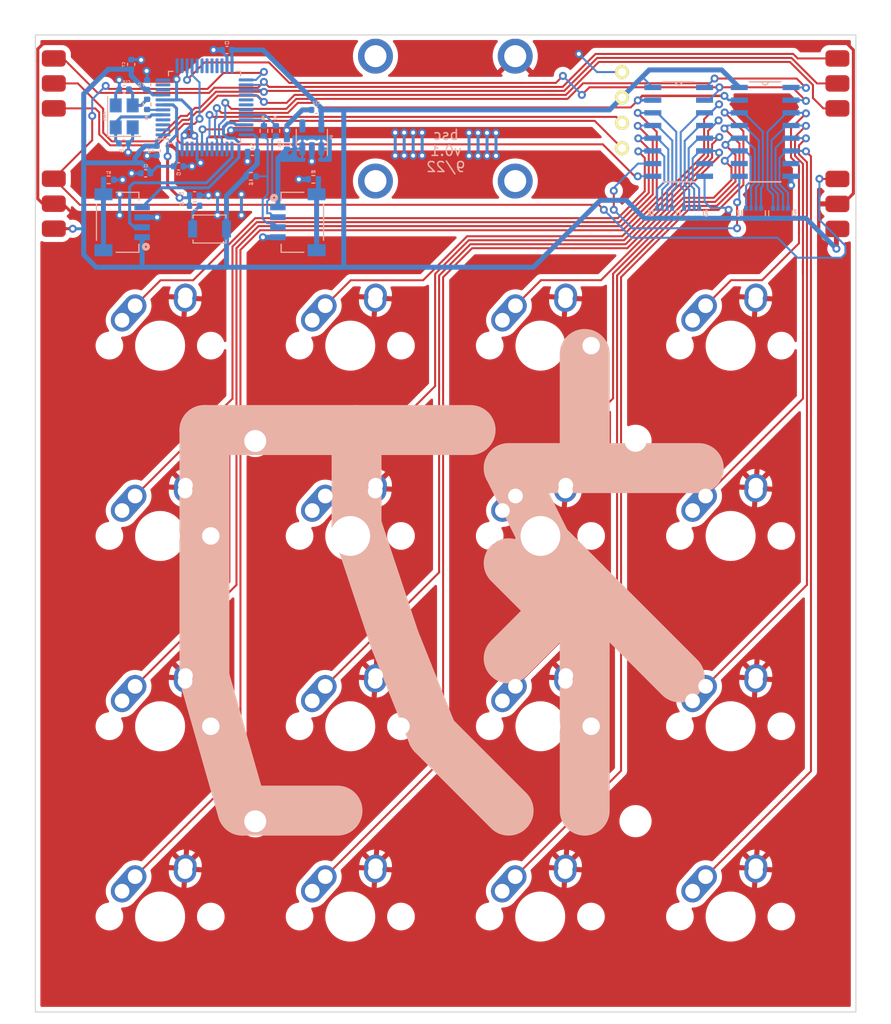
<source format=kicad_pcb>
(kicad_pcb (version 20211014) (generator pcbnew)
  (title_block (date "2022-09-20") (rev "0.1") (company "By Byron Chan") (comment 1 "v0.1") (comment 2 "初"))
  (layers (0 "F.Cu" signal) (31 "B.Cu" signal) (34 "B.Paste" user) (35 "F.Paste" user) (36 "B.SilkS" user "B.Silkscreen") (37 "F.SilkS" user "F.Silkscreen") (38 "B.Mask" user) (39 "F.Mask" user) (44 "Edge.Cuts" user))
  (net 0 "")
  (net 1 "+3V3")
  (net 2 "GND")
  (net 3 "NRST")
  (net 4 "OSC_IN")
  (net 5 "OSC_OUT")
  (net 6 "VCC")
  (net 7 "PL")
  (net 8 "CE")
  (net 9 "Net-(J5-PadS1)")
  (net 10 "SWDIO")
  (net 11 "SWCLK")
  (net 12 "/USB_D-")
  (net 13 "/USB_D+")
  (net 17 "Net-(R1-Pad1)")
  (net 18 "R0_SW_0")
  (net 19 "R0_SW_1")
  (net 20 "R0_SW_2")
  (net 21 "R0_SW_3")
  (net 22 "R0_SW_4")
  (net 23 "R0_SW_5")
  (net 24 "R0_SW_6")
  (net 25 "R0_SW_7")
  (net 26 "R1_SW_0")
  (net 27 "R1_SW_1")
  (net 28 "R1_SW_2")
  (net 29 "R1_SW_3")
  (net 30 "R1_SW_4")
  (net 31 "R1_SW_5")
  (net 32 "R1_SW_6")
  (net 33 "R1_SW_7")
  (net 34 "Net-(J6-PadS1)")
  (net 35 "SPI1_SCK")
  (net 37 "SPI1_MISO")
  (net 38 "R0_DS")
  (net 39 "I2C1_SDA")
  (net 48 "SPI1_MOSI")
  (net 54 "I2C1_SCL")
  (net 56 "/MCU_D-")
  (net 60 "SPI2_SCK")
  (net 61 "SPI2_MISO")
  (net 62 "SPI2_MOSI")
  (net 63 "/MCU_D+")
  (net 70 "Net-(C10-Pad1)")
  (net 71 "SPI2_CS")
  (footprint "MX_Alps_Hybrid:MX-1U-NoLED" (layer "F.Cu") (at 205.8 85.6)
    (fp_text reference "SW12")
    (fp_text value "SW_SPST")
  )
  (footprint "random-keyboard-parts:Generic-Mounthole" (layer "F.Cu") (at 170.225 69.125)
    (fp_text reference "MH3")
    (fp_text value "Mount-M2")
  )
  (footprint "random-keyboard-parts:Generic-Mounthole" (layer "F.Cu") (at 170.225 56.625)
    (fp_text reference "MH1")
    (fp_text value "Mount-M2")
  )
  (footprint "MX_Alps_Hybrid:MX-1U-NoLED" (layer "F.Cu") (at 148.65 104.65)
    (fp_text reference "SW1")
    (fp_text value "SW_SPST")
  )
  (footprint "CUSTOM:PG-3P-2.5" (layer "F.Cu") (at 139.15 75.4 90)
    (fp_text reference "J3" hide)
    (fp_text value "Conn_01x03")
  )
  (footprint "MX_Alps_Hybrid:MX-1U-NoLED" (layer "F.Cu") (at 148.65 142.75)
    (fp_text reference "SW3")
    (fp_text value "SW_SPST")
  )
  (footprint "MX_Alps_Hybrid:MX-1U-NoLED" (layer "F.Cu") (at 186.75 104.65)
    (fp_text reference "SW9")
    (fp_text value "SW_SPST")
  )
  (footprint "MX_Alps_Hybrid:MX-1U-NoLED" (layer "F.Cu") (at 186.75 85.6)
    (fp_text reference "SW8")
    (fp_text value "SW_SPST")
  )
  (footprint "MX_Alps_Hybrid:MX-1U-NoLED" (layer "F.Cu") (at 205.8 104.65)
    (fp_text reference "SW13")
    (fp_text value "SW_SPST")
  )
  (footprint "MountingHole:MountingHole_2.2mm_M2" (layer "F.Cu") (at 196.275 133.2)
    (fp_text reference "H2" hide)
    (fp_text value "MountingHole")
  )
  (footprint "CUSTOM:PG-3P-2.5" (layer "F.Cu") (at 215.35 55.34 -90)
    (fp_text reference "J4" hide)
    (fp_text value "Conn_01x03")
  )
  (footprint "MX_Alps_Hybrid:MX-1U-NoLED" (layer "F.Cu") (at 148.650004 85.600003)
    (fp_text reference "SW0")
    (fp_text value "SW_SPST")
  )
  (footprint "MX_Alps_Hybrid:MX-1U-NoLED" (layer "F.Cu") (at 167.700004 104.650003)
    (fp_text reference "SW5")
    (fp_text value "SW_SPST")
  )
  (footprint "random-keyboard-parts:Generic-Mounthole" (layer "F.Cu") (at 184.225 69.125)
    (fp_text reference "MH4")
    (fp_text value "Mount-M2")
  )
  (footprint "kbd-master:OLED_v2" (layer "F.Cu") (at 194.925 62.025 90)
    (fp_text reference "OL1")
    (fp_text value "OLED" hide)
  )
  (footprint "MX_Alps_Hybrid:MX-1U-NoLED" (layer "F.Cu") (at 205.800004 142.750003)
    (fp_text reference "SW15")
    (fp_text value "SW_SPST")
  )
  (footprint "MX_Alps_Hybrid:MX-1U-NoLED" (layer "F.Cu") (at 148.65 123.7)
    (fp_text reference "SW2")
    (fp_text value "SW_SPST")
  )
  (footprint "CUSTOM:PG-3P-2.5" (layer "F.Cu") (at 139.15 63.36 90)
    (fp_text reference "J2" hide)
    (fp_text value "Conn_01x03")
  )
  (footprint "MountingHole:MountingHole_2.2mm_M2" (layer "F.Cu") (at 196.275 95.125)
    (fp_text reference "H1" hide)
    (fp_text value "MountingHole")
  )
  (footprint "MountingHole:MountingHole_2.2mm_M2" (layer "F.Cu") (at 158.18 133.225)
    (fp_text reference "H4" hide)
    (fp_text value "MountingHole")
  )
  (footprint "CUSTOM:PG-3P-2.5" (layer "F.Cu") (at 215.35 67.4 -90)
    (fp_text reference "J1" hide)
    (fp_text value "Conn_01x03")
  )
  (footprint "MX_Alps_Hybrid:MX-1U-NoLED" (layer "F.Cu") (at 205.8 123.7)
    (fp_text reference "SW14")
    (fp_text value "SW_SPST")
  )
  (footprint "MX_Alps_Hybrid:MX-1U-NoLED" (layer "F.Cu") (at 167.7 123.7)
    (fp_text reference "SW6")
    (fp_text value "SW_SPST")
  )
  (footprint "random-keyboard-parts:Generic-Mounthole" (layer "F.Cu") (at 184.225 56.625)
    (fp_text reference "MH2")
    (fp_text value "Mount-M2")
  )
  (footprint "MX_Alps_Hybrid:MX-1U-NoLED" (layer "F.Cu") (at 167.700004 85.600003)
    (fp_text reference "SW4")
    (fp_text value "SW_SPST")
  )
  (footprint "MX_Alps_Hybrid:MX-1U-NoLED" (layer "F.Cu") (at 186.73 142.75)
    (fp_text reference "SW11")
    (fp_text value "SW_SPST")
  )
  (footprint "MX_Alps_Hybrid:MX-1U-NoLED" (layer "F.Cu") (at 186.750004 123.700003)
    (fp_text reference "SW10")
    (fp_text value "SW_SPST")
  )
  (footprint "MX_Alps_Hybrid:MX-1U-NoLED" (layer "F.Cu") (at 167.7 142.75)
    (fp_text reference "SW7")
    (fp_text value "SW_SPST")
  )
  (footprint "MountingHole:MountingHole_2.2mm_M2" (layer "F.Cu") (at 158.18 95.145)
    (fp_text reference "H3" hide)
    (fp_text value "MountingHole")
  )
  (footprint "Resistor_SMD:R_Array_Convex_4x0402" (layer "B.Cu") (at 210.8 72.35 -90)
    (fp_text reference "RN4")
    (fp_text value "R_Pack04")
  )
  (footprint "Capacitor_SMD:C_0402_1005Metric" (layer "B.Cu") (at 145.75 57.45 90)
    (fp_text reference "C7")
    (fp_text value "1uF")
  )
  (footprint "Resistor_SMD:R_0402_1005Metric" (layer "B.Cu") (at 147.35 61.45 -90)
    (fp_text reference "R5")
    (fp_text value "1k")
  )
  (footprint "74HC165D_653:SOIC127P600X175-16N" (layer "B.Cu") (at 209.25853 64.2 180)
    (fp_text reference "U3" hide)
    (fp_text value "74HC165D,653")
  )
  (footprint "Package_TO_SOT_SMD:SOT-23-5" (layer "B.Cu") (at 163.85 64.75 90)
    (fp_text reference "U4")
    (fp_text value "SPX3819M5-L-3-3")
  )
  (footprint "Capacitor_SMD:C_0402_1005Metric" (layer "B.Cu") (at 152.1 70.55)
    (fp_text reference "C8")
    (fp_text value "100nF")
  )
  (footprint "Capacitor_SMD:C_0402_1005Metric" (layer "B.Cu") (at 155.35 56 180)
    (fp_text reference "C3")
    (fp_text value "100nF")
  )
  (footprint "Resistor_SMD:R_0402_1005Metric" (layer "B.Cu") (at 152.11 71.6 180)
    (fp_text reference "R1")
    (fp_text value "10k")
  )
  (footprint "Package_QFP:LQFP-48_7x7mm_P0.5mm" (layer "B.Cu") (at 153.1 61.75)
    (fp_text reference "U2" hide)
    (fp_text value "STM32F103CBTx")
  )
  (footprint "Capacitor_SMD:C_0402_1005Metric" (layer "B.Cu") (at 148.3 66.1 -90)
    (fp_text reference "C2")
    (fp_text value "100nF")
  )
  (footprint "Crystal:Crystal_SMD_3225-4Pin_3.2x2.5mm" (layer "B.Cu") (at 145.05 62.65 90)
    (fp_text reference "HSE1")
    (fp_text value "16MHz")
  )
  (footprint "Capacitor_SMD:C_0402_1005Metric" (layer "B.Cu") (at 161.35 65.45 90)
    (fp_text reference "C11")
    (fp_text value "2.2uF")
  )
  (footprint "Capacitor_SMD:C_0402_1005Metric" (layer "B.Cu") (at 145.05 59.95 180)
    (fp_text reference "C10")
    (fp_text value "12p")
  )
  (footprint "Resistor_SMD:R_Array_Convex_4x0402" (layer "B.Cu") (at 201.9 72.35 -90)
    (fp_text reference "RN2")
    (fp_text value "R_Pack04")
  )
  (footprint "Capacitor_SMD:C_0402_1005Metric" (layer "B.Cu") (at 164.3 62)
    (fp_text reference "C12")
    (fp_text value "2.2uF")
  )
  (footprint "Capacitor_SMD:C_0402_1005Metric" (layer "B.Cu") (at 150.5 67.65)
    (fp_text reference "C5")
    (fp_text value "100nF")
  )
  (footprint "Resistor_SMD:R_Array_Convex_4x0402" (layer "B.Cu") (at 208.1 72.35 -90)
    (fp_text reference "RN3")
    (fp_text value "R_Pack04")
  )
  (footprint "Capacitor_SMD:C_0402_1005Metric" (layer "B.Cu") (at 147.2 68.35 180)
    (fp_text reference "C1")
    (fp_text value "4.7uF")
  )
  (footprint "Resistor_SMD:R_0402_1005Metric" (layer "B.Cu") (at 160.25 64.1 -90)
    (fp_text reference "R2")
    (fp_text value "22")
  )
  (footprint "Resistor_SMD:R_0402_1005Metric" (layer "B.Cu") (at 164 68.95)
    (fp_text reference "R6")
    (fp_text value "DNP")
  )
  (footprint "SM04B-SRSS-TB_LF__SN:JST_SM04B-SRSS-TB(LF)(SN)" (layer "B.Cu") (at 160.45 73.25 -90)
    (fp_text reference "J5" hide)
    (fp_text value "SM04B-SRSS-TB(LF)(SN)")
  )
  (footprint "Capacitor_SMD:C_0402_1005Metric" (layer "B.Cu") (at 147.35 59.5 90)
    (fp_text reference "C6")
    (fp_text value "10nF")
  )
  (footprint "Resistor_SMD:R_0402_1005Metric" (layer "B.Cu") (at 159.05 64.1 -90)
    (fp_text reference "R3")
    (fp_text value "22")
  )
  (footprint "Button_Switch_SMD:SW_SPST_B3U-1000P" (layer "B.Cu") (at 153.6 73.925 180)
    (fp_text reference "SW16" hide)
    (fp_text value "SW_SPST")
  )
  (footprint "Resistor_SMD:R_0402_1005Metric" (layer "B.Cu") (at 157.75 68.65)
    (fp_text reference "R4")
    (fp_text value "1.5k")
  )
  (footprint "Capacitor_SMD:C_0402_1005Metric" (layer "B.Cu") (at 145 65.35)
    (fp_text reference "C9")
    (fp_text value "12p")
  )
  (footprint "Resistor_SMD:R_0402_1005Metric" (layer "B.Cu") (at 143.5 69 180)
    (fp_text reference "R7")
    (fp_text value "DNP")
  )
  (footprint "Resistor_SMD:R_Array_Convex_4x0402" (layer "B.Cu") (at 199.2 72.35 -90)
    (fp_text reference "RN1")
    (fp_text value "R_Pack04")
  )
  (footprint "SM04B-SRSS-TB_LF__SN:JST_SM04B-SRSS-TB(LF)(SN)" (layer "B.Cu") (at 146.85 73.25 90)
    (fp_text reference "J6" hide)
    (fp_text value "SM04B-SRSS-TB(LF)(SN)")
  )
  (footprint "Capacitor_SMD:C_0402_1005Metric" (layer "B.Cu") (at 157.9 66.2 180)
    (fp_text reference "C4")
    (fp_text value "100nF")
  )
  (footprint "74HC165D_653:SOIC127P600X175-16N" (layer "B.Cu") (at 200.6 64.2 180)
    (fp_text reference "U1" hide)
    (fp_text value "74HC165D,653")
  )
  (gr_line (start 136.15 54.5) (end 218.35 54.5) (layer "Edge.Cuts") (width 0.1))
  (gr_line (start 136.15 152.3) (end 218.35 152.3) (layer "Edge.Cuts") (width 0.1))
  (gr_line (start 218.35 54.5) (end 218.35 152.3) (layer "Edge.Cuts") (width 0.1))
  (gr_line (start 136.15 152.3) (end 136.15 54.5) (layer "Edge.Cuts") (width 0.1))
  (gr_text "bsc\nv0.1\n9/22" (at 177.275 66.1) (layer "B.SilkS") (effects (font (size 1 1)) (justify mirror)))
  (gr_text "初" (at 176.9 113.9) (layer "B.SilkS") (effects (font (size 40 40) (thickness 5)) (justify mirror)))
  (segment (start 216.4 74.01) (end 216.5 73.91) (width 0.5) (layer "F.Cu") (net 1))
  (segment (start 139.89 73.89) (end 139.9 73.9) (width 0.3) (layer "F.Cu") (net 1))
  (segment (start 216.4 75.9) (end 216.4 74.01) (width 0.5) (layer "F.Cu") (net 1))
  (segment (start 138 73.89) (end 139.89 73.89) (width 0.3) (layer "F.Cu") (net 1))
  (via (at 216.4 75.9) (size 0.8) (drill 0.4) (layers "F.Cu" "B.Cu") (net 1))
  (via (at 139.9 73.9) (size 0.8) (drill 0.4) (layers "F.Cu" "B.Cu") (net 1))
  (segment (start 146.15 67.3) (end 141 67.3) (width 0.5) (layer "B.Cu") (net 1))
  (segment (start 155.3 77.75) (end 149.85 77.75) (width 0.5) (layer "B.Cu") (net 1))
  (segment (start 147.395894 59.98) (end 147.35 59.98) (width 0.3) (layer "B.Cu") (net 1))
  (segment (start 147.915894 60.5) (end 147.395894 59.98) (width 0.3) (layer "B.Cu") (net 1))
  (segment (start 146.85 74.75) (end 146.85 77.65) (width 0.5) (layer "B.Cu") (net 1))
  (segment (start 194.925 60.722918) (end 197.023959 58.623959) (width 0.5) (layer "B.Cu") (net 1))
  (segment (start 150.02 67.65) (end 148.38 67.65) (width 0.3) (layer "B.Cu") (net 1))
  (segment (start 213.35 72.85) (end 216.4 75.9) (width 0.5) (layer "B.Cu") (net 1))
  (segment (start 146.15 66.752082) (end 146.15 67.3) (width 0.5) (layer "B.Cu") (net 1))
  (segment (start 167.05 77.55) (end 166.85 77.75) (width 0.5) (layer "B.Cu") (net 1))
  (segment (start 147.68 68.165614) (end 146.814386 67.3) (width 0.5) (layer "B.Cu") (net 1))
  (segment (start 150.35 67.32) (end 150.02 67.65) (width 0.3) (layer "B.Cu") (net 1))
  (segment (start 158.38 64.83) (end 158.38 66.2) (width 0.3) (layer "B.Cu") (net 1))
  (segment (start 192.75 71.05) (end 186.05 77.75) (width 0.5) (layer "B.Cu") (net 1))
  (segment (start 194.925 60.755) (end 194.925 60.722918) (width 0.5) (layer "B.Cu") (net 1))
  (segment (start 145.75 57.93) (end 143.47 57.93) (width 0.5) (layer "B.Cu") (net 1))
  (segment (start 211.45 72.85) (end 211.55 72.85) (width 0.5) (layer "B.Cu") (net 1))
  (segment (start 142.25 77.75) (end 141 76.5) (width 0.5) (layer "B.Cu") (net 1))
  (segment (start 155.3 70.59) (end 157.24 68.65) (width 0.5) (layer "B.Cu") (net 1))
  (segment (start 211.45 72.85) (end 213.35 72.85) (width 0.5) (layer "B.Cu") (net 1))
  (segment (start 167.05 62) (end 193.68 62) (width 0.5) (layer "B.Cu") (net 1))
  (segment (start 155.85 56.02) (end 155.83 56) (width 0.3) (layer "B.Cu") (net 1))
  (segment (start 145.75 58.564386) (end 147.165614 59.98) (width 0.5) (layer "B.Cu") (net 1))
  (segment (start 164.8 62.02) (end 164.78 62) (width 0.5) (layer "B.Cu") (net 1))
  (segment (start 146.5 66.247918) (end 147.127918 65.62) (width 0.5) (layer "B.Cu") (net 1))
  (segment (start 145.75 57.93) (end 145.75 58.564386) (width 0.5) (layer "B.Cu") (net 1))
  (segment (start 146.5 66.402082) (end 146.15 66.752082) (width 0.5) (layer "B.Cu") (net 1))
  (segment (start 155.85 57.5875) (end 155.85 56.02) (width 0.3) (layer "B.Cu") (net 1))
  (segment (start 141 60.4) (end 141 67.3) (width 0.5) (layer "B.Cu") (net 1))
  (segment (start 155.3 73.925) (end 155.3 70.59) (width 0.5) (layer "B.Cu") (net 1))
  (segment (start 164.45 77.75) (end 166.85 77.75) (width 0.5) (layer "B.Cu") (net 1))
  (segment (start 146.5 66.247918) (end 146.5 66.402082) (width 0.5) (layer "B.Cu") (net 1))
  (segment (start 157.2625 64.5) (end 158.05 64.5) (width 0.3) (layer "B.Cu") (net 1))
  (segment (start 148.38 67.65) (end 147.68 68.35) (width 0.3) (layer "B.Cu") (net 1))
  (segment (start 197.023959 58.769759) (end 197.023959 58.623959) (width 0.2) (layer "B.Cu") (net 1))
  (segment (start 146.85 77.65) (end 146.95 77.75) (width 0.5) (layer "B.Cu") (net 1))
  (segment (start 146.95 77.75) (end 142.25 77.75) (width 0.5) (layer "B.Cu") (net 1))
  (segment (start 164.78 61.815614) (end 158.964386 56) (width 0.5) (layer "B.Cu") (net 1))
  (segment (start 167.05 62) (end 167.05 77.55) (width 0.5) (layer "B.Cu") (net 1))
  (segment (start 150.35 65.9125) (end 150.35 67.32) (width 0.3) (layer "B.Cu") (net 1))
  (segment (start 147.68 68.35) (end 147.68 68.165614) (width 0.5) (layer "B.Cu") (net 1))
  (segment (start 164.8 63.6125) (end 164.8 62.02) (width 0.5) (layer "B.Cu") (net 1))
  (segment (start 164.78 62) (end 167.05 62) (width 0.5) (layer "B.Cu") (net 1))
  (segment (start 195.35 71.05) (end 192.75 71.05) (width 0.5) (layer "B.Cu") (net 1))
  (segment (start 146.814386 67.3) (end 146.15 67.3) (width 0.5) (layer "B.Cu") (net 1))
  (segment (start 158.38 67.382685) (end 158.38 66.2) (width 0.5) (layer "B.Cu") (net 1))
  (segment (start 198.0092 59.755) (end 197.023959 58.769759) (width 0.2) (layer "B.Cu") (net 1))
  (segment (start 149.85 77.75) (end 146.95 77.75) (width 0.5) (layer "B.Cu") (net 1))
  (segment (start 186.05 77.75) (end 164.45 77.75) (width 0.5) (layer "B.Cu") (net 1))
  (segment (start 164.78 62) (end 164.78 61.815614) (width 0.5) (layer "B.Cu") (net 1))
  (segment (start 193.68 62) (end 194.925 60.755) (width 0.5) (layer "B.Cu") (net 1))
  (segment (start 148.3 65.1375) (end 148.9375 64.5) (width 0.3) (layer "B.Cu") (net 1))
  (segment (start 158.964386 56) (end 155.83 56) (width 0.5) (layer "B.Cu") (net 1))
  (segment (start 141 74) (end 141 76.5) (width 0.5) (layer "B.Cu") (net 1))
  (segment (start 143.47 57.93) (end 141 60.4) (width 0.5) (layer "B.Cu") (net 1))
  (segment (start 158.05 64.5) (end 158.38 64.83) (width 0.3) (layer "B.Cu") (net 1))
  (segment (start 140.9 73.9) (end 141 74) (width 0.3) (layer "B.Cu") (net 1))
  (segment (start 141 67.3) (end 141 74) (width 0.5) (layer "B.Cu") (net 1))
  (segment (start 157.24 68.65) (end 157.24 68.522685) (width 0.5) (layer "B.Cu") (net 1))
  (segment (start 197.15 72.85) (end 211.45 72.85) (width 0.5) (layer "B.Cu") (net 1))
  (segment (start 197.647918 58) (end 204.91273 58) (width 0.5) (layer "B.Cu") (net 1))
  (segment (start 197.023959 58.623959) (end 197.647918 58) (width 0.5) (layer "B.Cu") (net 1))
  (segment (start 147.165614 59.98) (end 147.35 59.98) (width 0.5) (layer "B.Cu") (net 1))
  (segment (start 164.45 77.75) (end 155.3 77.75) (width 0.5) (layer "B.Cu") (net 1))
  (segment (start 148.3 65.62) (end 148.3 65.1375) (width 0.3) (layer "B.Cu") (net 1))
  (segment (start 147.127918 65.62) (end 148.3 65.62) (width 0.5) (layer "B.Cu") (net 1))
  (segment (start 139.9 73.9) (end 140.9 73.9) (width 0.3) (layer "B.Cu") (net 1))
  (segment (start 155.3 73.925) (end 155.3 77.75) (width 0.5) (layer "B.Cu") (net 1))
  (segment (start 157.24 68.522685) (end 158.38 67.382685) (width 0.5) (layer "B.Cu") (net 1))
  (segment (start 148.9375 60.5) (end 147.915894 60.5) (width 0.3) (layer "B.Cu") (net 1))
  (segment (start 204.91273 58) (end 206.66773 59.755) (width 0.5) (layer "B.Cu") (net 1))
  (segment (start 197.15 72.85) (end 195.35 71.05) (width 0.5) (layer "B.Cu") (net 1))
  (segment (start 138.89 71.39) (end 139.9 72.4) (width 0.3) (layer "F.Cu") (net 2))
  (segment (start 136.4 55.9) (end 137 55.3) (width 0.3) (layer "F.Cu") (net 2))
  (segment (start 218.1 56.9) (end 218.1 56) (width 0.3) (layer "F.Cu") (net 2))
  (segment (start 136.4 57.1) (end 136.4 55.9) (width 0.3) (layer "F.Cu") (net 2))
  (segment (start 136.89 71.39) (end 136.4 70.9) (width 0.3) (layer "F.Cu") (net 2))
  (segment (start 136.4 70.9) (end 136.4 57.1) (width 0.3) (layer "F.Cu") (net 2))
  (segment (start 218.1 70.365001) (end 218.1 56.9) (width 0.3) (layer "F.Cu") (net 2))
  (segment (start 217.055001 71.41) (end 218.1 70.365001) (width 0.3) (layer "F.Cu") (net 2))
  (segment (start 138 71.39) (end 136.89 71.39) (width 0.3) (layer "F.Cu") (net 2))
  (segment (start 216.5 71.41) (end 217.055001 71.41) (width 0.3) (layer "F.Cu") (net 2))
  (segment (start 138 71.39) (end 138.89 71.39) (width 0.3) (layer "F.Cu") (net 2))
  (segment (start 218.1 56) (end 217.4 55.3) (width 0.3) (layer "F.Cu") (net 2))
  (via (at 147.3 58.1) (size 0.8) (drill 0.4) (layers "F.Cu" "B.Cu") (net 2))
  (via (at 190.6 56.4) (size 0.8) (drill 0.4) (layers "F.Cu" "B.Cu") (net 2))
  (via (at 146.75 57) (size 0.8) (drill 0.4) (layers "F.Cu" "B.Cu") (net 2))
  (via (at 154.4 72.55) (size 0.8) (drill 0.4) (layers "F.Cu" "B.Cu") (net 2))
  (via (at 174 64.275) (size 0.8) (drill 0.4) (layers "F.Cu" "B.Cu") (net 2))
  (via (at 156.8 70.45) (size 0.8) (drill 0.4) (layers "F.Cu" "B.Cu") (net 2))
  (via (at 144.55 59) (size 0.8) (drill 0.4) (layers "F.Cu" "B.Cu") (net 2))
  (via (at 155.75 64.05) (size 0.8) (drill 0.4) (layers "F.Cu" "B.Cu") (net 2))
  (via (at 151.1 64.55) (size 0.8) (drill 0.4) (layers "F.Cu" "B.Cu") (net 2))
  (via (at 156.8 72.55) (size 0.8) (drill 0.4) (layers "F.Cu" "B.Cu") (net 2))
  (via (at 181.4 64.3) (size 0.8) (drill 0.4) (layers "F.Cu" "B.Cu") (net 2))
  (via (at 145.45 66.25) (size 0.8) (drill 0.4) (layers "F.Cu" "B.Cu") (net 2))
  (via (at 162.55 68.95) (size 0.8) (drill 0.4) (layers "F.Cu" "B.Cu") (net 2))
  (via (at 172.2 66.575) (size 0.8) (drill 0.4) (layers "F.Cu" "B.Cu") (net 2))
  (via (at 152.074484 64.592272) (size 0.8) (drill 0.4) (layers "F.Cu" "B.Cu") (net 2))
  (via (at 174 66.575) (size 0.8) (drill 0.4) (layers "F.Cu" "B.Cu") (net 2))
  (via (at 148.35 72.75) (size 0.8) (drill 0.4) (layers "F.Cu" "B.Cu") (net 2))
  (via (at 154.4 70.45) (size 0.8) (drill 0.4) (layers "F.Cu" "B.Cu") (net 2))
  (via (at 144.9 69) (size 0.8) (drill 0.4) (layers "F.Cu" "B.Cu") (net 2))
  (via (at 174.9 66.575) (size 0.8) (drill 0.4) (layers "F.Cu" "B.Cu") (net 2))
  (via (at 173.1 66.575) (size 0.8) (drill 0.4) (layers "F.Cu" "B.Cu") (net 2))
  (via (at 145.8 68.35) (size 0.8) (drill 0.4) (layers "F.Cu" "B.Cu") (net 2))
  (via (at 144.6 70.45) (size 0.8) (drill 0.4) (layers "F.Cu" "B.Cu") (net 2))
  (via (at 180.5 64.3) (size 0.8) (drill 0.4) (layers "F.Cu" "B.Cu") (net 2))
  (via (at 180.5 66.6) (size 0.8) (drill 0.4) (layers "F.Cu" "B.Cu") (net 2))
  (via (at 211.85853 69.55) (size 0.8) (drill 0.4) (layers "F.Cu" "B.Cu") (net 2))
  (via (at 154 56) (size 0.8) (drill 0.4) (layers "F.Cu" "B.Cu") (net 2))
  (via (at 174.9 64.275) (size 0.8) (drill 0.4) (layers "F.Cu" "B.Cu") (net 2))
  (via (at 179.6 66.6) (size 0.8) (drill 0.4) (layers "F.Cu" "B.Cu") (net 2))
  (via (at 182.3 64.3) (size 0.8) (drill 0.4) (layers "F.Cu" "B.Cu") (net 2))
  (via (at 151.85 67.65) (size 0.8) (drill 0.4) (layers "F.Cu" "B.Cu") (net 2))
  (via (at 181.4 66.6) (size 0.8) (drill 0.4) (layers "F.Cu" "B.Cu") (net 2))
  (via (at 150.3 58.9245) (size 0.8) (drill 0.4) (layers "F.Cu" "B.Cu") (net 2))
  (via (at 179.6 64.3) (size 0.8) (drill 0.4) (layers "F.Cu" "B.Cu") (net 2))
  (via (at 182.3 66.6) (size 0.8) (drill 0.4) (layers "F.Cu" "B.Cu") (net 2))
  (via (at 144.6 72.55) (size 0.8) (drill 0.4) (layers "F.Cu" "B.Cu") (net 2))
  (via (at 157.4 67.15) (size 0.8) (drill 0.4) (layers "F.Cu" "B.Cu") (net 2))
  (via (at 173.1 64.275) (size 0.8) (drill 0.4) (layers "F.Cu" "B.Cu") (net 2))
  (via (at 153.5 70.55) (size 0.8) (drill 0.4) (layers "F.Cu" "B.Cu") (net 2))
  (via (at 205.6 72) (size 0.8) (drill 0.4) (layers "F.Cu" "B.Cu") (net 2))
  (via (at 172.2 64.275) (size 0.8) (drill 0.4) (layers "F.Cu" "B.Cu") (net 2))
  (via (at 147.35 66.6) (size 0.8) (drill 0.4) (layers "F.Cu" "B.Cu") (net 2))
  (via (at 152.7 67.3) (size 0.8) (drill 0.4) (layers "F.Cu" "B.Cu") (net 2))
  (via (at 158.95 74.75) (size 0.8) (drill 0.4) (layers "F.Cu" "B.Cu") (net 2))
  (via (at 163.85 67.15) (size 0.8) (drill 0.4) (layers "F.Cu" "B.Cu") (net 2))
  (via (at 161.35 64.05) (size 0.8) (drill 0.4) (layers "F.Cu" "B.Cu") (net 2))
  (segment (start 150.85 64.8) (end 151.1 64.55) (width 0.3) (layer "B.Cu") (net 2))
  (segment (start 211.84933 68.645) (end 211.84933 69.5408) (width 0.5) (layer "B.Cu") (net 2))
  (segment (start 155.8 64) (end 155.75 64.05) (width 0.3) (layer "B.Cu") (net 2))
  (segment (start 148.3 66.58) (end 147.37 66.58) (width 0.3) (layer "B.Cu") (net 2))
  (segment (start 151.8 63.5) (end 151.8 64.317788) (width 0.3) (layer "B.Cu") (net 2))
  (segment (start 205.4 71.8) (end 205.6 72) (width 0.2) (layer "B.Cu") (net 2))
  (segment (start 152.58 70.55) (end 153.5 70.55) (width 0.3) (layer "B.Cu") (net 2))
  (segment (start 145.9 63.75) (end 145.9 64.93) (width 0.3) (layer "B.Cu") (net 2))
  (segment (start 151.8 63.5) (end 151.1 64.2) (width 0.3) (layer "B.Cu") (net 2))
  (segment (start 152.074484 64.592272) (end 151.142272 64.592272) (width 0.2) (layer "B.Cu") (net 2))
  (segment (start 146.72 68.35) (end 145.8 68.35) (width 0.3) (layer "B.Cu") (net 2))
  (segment (start 144.01 69) (end 144.9 69) (width 0.3) (layer "B.Cu") (net 2))
  (segment (start 148.9375 61) (end 150.8 61) (width 0.3) (layer "B.Cu") (net 2))
  (segment (start 150.3 61) (end 148.9375 61) (width 0.3) (layer "B.Cu") (net 2))
  (segment (start 150.8 61) (end 151.8 62) (width 0.3) (layer "B.Cu") (net 2))
  (segment (start 150.3 58.9245) (end 150.3 61) (width 0.3) (layer "B.Cu") (net 2))
  (segment (start 181.4 66.6) (end 181.4 64.3) (width 0.3) (layer "B.Cu") (net 2))
  (segment (start 145.9 64.93) (end 145.48 65.35) (width 0.3) (layer "B.Cu") (net 2))
  (segment (start 145.48 65.35) (end 145.48 66.22) (width 0.3) (layer "B.Cu") (net 2))
  (segment (start 157.2625 64) (end 155.8 64) (width 0.3) (layer "B.Cu") (net 2))
  (segment (start 192.415 58.215) (end 190.6 56.4) (width 0.2) (layer "B.Cu") (net 2))
  (segment (start 144.6 70.45) (end 144.6 70.65) (width 0.3) (layer "B.Cu") (net 2))
  (segment (start 154.87 56) (end 154 56) (width 0.5) (layer "B.Cu") (net 2))
  (segment (start 151.142272 64.592272) (end 151.1 64.55) (width 0.2) (layer "B.Cu") (net 2))
  (segment (start 203.8 71.8) (end 205.4 71.8) (width 0.2) (layer "B.Cu") (net 2))
  (segment (start 154.4 70.65) (end 154.4 72.55) (width 0.3) (layer "B.Cu") (net 2))
  (segment (start 146.85 72.75) (end 148.35 72.75) (width 0.5) (layer "B.Cu") (net 2))
  (segment (start 152.35 66.95) (end 152.35 65.9125) (width 0.3) (layer "B.Cu") (net 2))
  (segment (start 151.8 64.317788) (end 152.074484 64.592272) (width 0.3) (layer "B.Cu") (net 2))
  (segment (start 146.72 56.97) (end 146.75 57) (width 0.3) (layer "B.Cu") (net 2))
  (segment (start 163.82 62) (end 162.9 62) (width 0.5) (layer "B.Cu") (net 2))
  (segment (start 172.2 66.575) (end 172.2 64.275) (width 0.3) (layer "B.Cu") (net 2))
  (segment (start 145.75 56.97) (end 146.72 56.97) (width 0.3) (layer "B.Cu") (net 2))
  (segment (start 144.57 59.95) (end 144.57 59.02) (width 0.3) (layer "B.Cu") (net 2))
  (segment (start 157.42 66.2) (end 157.42 67.13) (width 0.5) (layer "B.Cu") (net 2))
  (segment (start 163.85 65.8875) (end 163.85 67.15) (width 0.5) (layer "B.Cu") (net 2))
  (segment (start 155.35 57.5875) (end 155.35 56.675) (width 0.3) (layer "B.Cu") (net 2))
  (segment (start 211.84933 69.5408) (end 211.85853 69.55) (width 0.5) (layer "B.Cu") (net 2))
  (segment (start 156.8 70.65) (end 156.8 72.55) (width 0.3) (layer "B.Cu") (net 2))
  (segment (start 151.8 62) (end 151.8 63.5) (width 0.3) (layer "B.Cu") (net 2))
  (segment (start 152.7 67.3) (end 152.35 66.95) (width 0.3) (layer "B.Cu") (net 2))
  (segment (start 150.85 65.9125) (end 150.85 64.8) (width 0.3) (layer "B.Cu") (net 2))
  (segment (start 144.2 61.55) (end 144.2 60.32) (width 0.3) (layer "B.Cu") (net 2))
  (segment (start 174 66.575) (end 174 64.275) (width 0.3) (layer "B.Cu") (net 2))
  (segment (start 144.6 70.65) (end 144.6 72.55) (width 0.3) (layer "B.Cu") (net 2))
  (segment (start 150.98 67.65) (end 151.85 67.65) (width 0.3) (layer "B.Cu") (net 2))
  (segment (start 154.87 56.195) (end 154.87 56) (width 0.3) (layer "B.Cu") (net 2))
  (segment (start 161.35 63.55) (end 161.35 64.05) (width 0.5) (layer "B.Cu") (net 2))
  (segment (start 147.35 58.15) (end 147.3 58.1) (width 0.3) (layer "B.Cu") (net 2))
  (segment (start 182.3 66.6) (end 182.3 64.3) (width 0.3) (layer "B.Cu") (net 2))
  (segment (start 162.9 62) (end 161.35 63.55) (width 0.5) (layer "B.Cu") (net 2))
  (segment (start 155.35 56.675) (end 154.87 56.195) (width 0.3) (layer "B.Cu") (net 2))
  (segment (start 160.45 74.75) (end 158.95 74.75) (width 0.5) (layer "B.Cu") (net 2))
  (segment (start 203.1908 71.1908) (end 203.8 71.8) (width 0.2) (layer "B.Cu") (net 2))
  (segment (start 145.48 66.22) (end 145.45 66.25) (width 0.3) (layer "B.Cu") (net 2))
  (segment (start 147.35 59.02) (end 147.35 58.15) (width 0.3) (layer "B.Cu") (net 2))
  (segment (start 144.2 60.32) (end 144.57 59.95) (width 0.3) (layer "B.Cu") (net 2))
  (segment (start 152.35 64.867788) (end 152.074484 64.592272) (width 0.2) (layer "B.Cu") (net 2))
  (segment (start 179.6 66.6) (end 179.6 64.3) (width 0.3) (layer "B.Cu") (net 2))
  (segment (start 147.37 66.58) (end 147.35 66.6) (width 0.3) (layer "B.Cu") (net 2))
  (segment (start 151.1 64.2) (end 151.1 64.55) (width 0.3) (layer "B.Cu") (net 2))
  (segment (start 161.35 64.97) (end 161.35 64.05) (width 0.5) (layer "B.Cu") (net 2))
  (segment (start 194.925 58.215) (end 192.415 58.215) (width 0.2) (layer "B.Cu") (net 2))
  (segment (start 173.1 66.575) (end 173.1 64.275) (width 0.3) (layer "B.Cu") (net 2))
  (segment (start 163.49 68.95) (end 162.55 68.95) (width 0.5) (layer "B.Cu") (net 2))
  (segment (start 152.35 65.9125) (end 152.35 64.867788) (width 0.2) (layer "B.Cu") (net 2))
  (segment (start 144.57 59.02) (end 144.55 59) (width 0.3) (layer "B.Cu") (net 2))
  (segment (start 180.5 66.6) (end 180.5 64.3) (width 0.3) (layer "B.Cu") (net 2))
  (segment (start 174.9 66.575) (end 174.9 64.275) (width 0.3) (layer "B.Cu") (net 2))
  (segment (start 203.1908 68.645) (end 203.1908 71.1908) (width 0.2) (layer "B.Cu") (net 2))
  (segment (start 149.4 66.65) (end 149.4 69.6) (width 0.3) (layer "F.Cu") (net 3))
  (segment (start 149.4 69.6) (end 150.6 70.8) (width 0.3) (layer "F.Cu") (net 3))
  (via (at 150.6 70.8) (size 0.8) (drill 0.4) (layers "F.Cu" "B.Cu") (net 3))
  (via (at 149.4 66.65) (size 0.8) (drill 0.4) (layers "F.Cu" "B.Cu") (net 3))
  (segment (start 150.3 64.5) (end 150 64.8) (width 0.3) (layer "B.Cu") (net 3))
  (segment (start 149.4 65.4) (end 149.4 66.65) (width 0.3) (layer "B.Cu") (net 3))
  (segment (start 149.95 61.5) (end 150.1 61.65) (width 0.3) (layer "B.Cu") (net 3))
  (segment (start 150.6 70.8) (end 151.37 70.8) (width 0.3) (layer "B.Cu") (net 3))
  (segment (start 151.37 70.8) (end 151.62 70.55) (width 0.3) (layer "B.Cu") (net 3))
  (segment (start 148.9375 61.5) (end 149.95 61.5) (width 0.3) (layer "B.Cu") (net 3))
  (segment (start 150.3 61.85) (end 150.3 63.45) (width 0.3) (layer "B.Cu") (net 3))
  (segment (start 150.3 63.45) (end 150.3 64.5) (width 0.3) (layer "B.Cu") (net 3))
  (segment (start 150.1 61.65) (end 150.3 61.85) (width 0.3) (layer "B.Cu") (net 3))
  (segment (start 150 64.8) (end 149.4 65.4) (width 0.3) (layer "B.Cu") (net 3))
  (segment (start 151.6 70.57) (end 151.62 70.55) (width 0.3) (layer "B.Cu") (net 3))
  (segment (start 151.6 71.6) (end 151.6 70.57) (width 0.3) (layer "B.Cu") (net 3))
  (segment (start 148.9375 62.5) (end 147.815894 62.5) (width 0.3) (layer "B.Cu") (net 4))
  (segment (start 147.615894 62.7) (end 144.75 62.7) (width 0.3) (layer "B.Cu") (net 4))
  (segment (start 144.2 63.75) (end 144.2 65.03) (width 0.3) (layer "B.Cu") (net 4))
  (segment (start 144.2 63.25) (end 144.2 63.75) (width 0.3) (layer "B.Cu") (net 4))
  (segment (start 144.2 65.03) (end 144.52 65.35) (width 0.3) (layer "B.Cu") (net 4))
  (segment (start 147.815894 62.5) (end 147.615894 62.7) (width 0.3) (layer "B.Cu") (net 4))
  (segment (start 144.75 62.7) (end 144.2 63.25) (width 0.3) (layer "B.Cu") (net 4))
  (segment (start 147.39 62) (end 147.35 61.96) (width 0.2) (layer "B.Cu") (net 5))
  (segment (start 148.9375 62) (end 147.39 62) (width 0.2) (layer "B.Cu") (net 5))
  (segment (start 160.45 71.75) (end 160.45 66.83) (width 0.5) (layer "B.Cu") (net 6))
  (segment (start 160.45 66.83) (end 161.35 65.93) (width 0.5) (layer "B.Cu") (net 6))
  (segment (start 191.027801 59.337885) (end 197.162115 59.337885) (width 0.2) (layer "F.Cu") (net 7))
  (segment (start 155.176245 61.2832) (end 155.793045 61.9) (width 0.2) (layer "F.Cu") (net 7))
  (segment (start 162.284315 60.9) (end 189.3 60.9) (width 0.2) (layer "F.Cu") (net 7))
  (segment (start 161.667157 61.517157) (end 162.284315 60.9) (width 0.2) (layer "F.Cu") (net 7))
  (segment (start 189.465686 60.9) (end 191.027801 59.337885) (width 0.2) (layer "F.Cu") (net 7))
  (segment (start 203.718749 59.337885) (end 204.196585 58.860049) (width 0.2) (layer "F.Cu") (net 7))
  (segment (start 159.45 61.9) (end 161 61.9) (width 0.2) (layer "F.Cu") (net 7))
  (segment (start 189.3 60.9) (end 189.465686 60.9) (width 0.2) (layer "F.Cu") (net 7))
  (segment (start 155.793045 61.9) (end 159.45 61.9) (width 0.2) (layer "F.Cu") (net 7))
  (segment (start 161 61.9) (end 161.284314 61.9) (width 0.2) (layer "F.Cu") (net 7))
  (segment (start 204.196585 58.860049) (end 212.410049 58.860049) (width 0.2) (layer "F.Cu") (net 7))
  (segment (start 161.284314 61.9) (end 161.667157 61.517157) (width 0.2) (layer "F.Cu") (net 7))
  (segment (start 212.410049 58.860049) (end 213.35 59.8) (width 0.2) (layer "F.Cu") (net 7))
  (segment (start 197.162115 59.337885) (end 203.718749 59.337885) (width 0.2) (layer "F.Cu") (net 7))
  (via (at 213.35 59.8) (size 0.8) (drill 0.4) (layers "F.Cu" "B.Cu") (net 7))
  (via (at 155.176245 61.2832) (size 0.8) (drill 0.4) (layers "F.Cu" "B.Cu") (net 7))
  (via (at 204.196585 58.860049) (size 0.8) (drill 0.4) (layers "F.Cu" "B.Cu") (net 7))
  (segment (start 203.1908 59.755) (end 203.301634 59.755) (width 0.2) (layer "B.Cu") (net 7))
  (segment (start 154.85 64.9) (end 154.725 64.775) (width 0.2) (layer "B.Cu") (net 7))
  (segment (start 211.84933 59.755) (end 213.305 59.755) (width 0.2) (layer "B.Cu") (net 7))
  (segment (start 154.725 64.775) (end 154.55 64.6) (width 0.2) (layer "B.Cu") (net 7))
  (segment (start 155.176245 62.887359) (end 155.176245 61.2832) (width 0.2) (layer "B.Cu") (net 7))
  (segment (start 155.031802 63.031802) (end 155.176245 62.887359) (width 0.2) (layer "B.Cu") (net 7))
  (segment (start 154.55 63.513604) (end 155.031802 63.031802) (width 0.2) (layer "B.Cu") (net 7))
  (segment (start 213.305 59.755) (end 213.35 59.8) (width 0.2) (layer "B.Cu") (net 7))
  (segment (start 203.301634 59.755) (end 204.196585 58.860049) (width 0.2) (layer "B.Cu") (net 7))
  (segment (start 154.55 64.6) (end 154.55 63.513604) (width 0.2) (layer "B.Cu") (net 7))
  (segment (start 154.725 64.775) (end 154.65 64.7) (width 0.2) (layer "B.Cu") (net 7))
  (segment (start 155.031802 63.031802) (end 155.106802 62.956802) (width 0.2) (layer "B.Cu") (net 7))
  (segment (start 154.85 65.9125) (end 154.85 64.9) (width 0.2) (layer "B.Cu") (net 7))
  (segment (start 154.812381 62.3) (end 161.45 62.3) (width 0.2) (layer "F.Cu") (net 8))
  (segment (start 154.334438 61.822057) (end 154.812381 62.3) (width 0.2) (layer "F.Cu") (net 8))
  (segment (start 164.3 61.3) (end 164.7535 61.7535) (width 0.2) (layer "F.Cu") (net 8))
  (segment (start 195.7965 61.7535) (end 196.5 61.05) (width 0.2) (layer "F.Cu") (net 8))
  (segment (start 196.95189 60.59811) (end 196.5 61.05) (width 0.25) (layer "F.Cu") (net 8))
  (segment (start 161.45 62.3) (end 162.45 61.3) (width 0.2) (layer "F.Cu") (net 8))
  (segment (start 162.45 61.3) (end 164.3 61.3) (width 0.2) (layer "F.Cu") (net 8))
  (segment (start 164.7535 61.7535) (end 195.7965 61.7535) (width 0.2) (layer "F.Cu") (net 8))
  (segment (start 205.183444 60.59811) (end 196.95189 60.59811) (width 0.25) (layer "F.Cu") (net 8))
  (via (at 196.5 61.05) (size 0.8) (drill 0.4) (layers "F.Cu" "B.Cu") (net 8))
  (via (at 154.334438 61.822057) (size 0.8) (drill 0.4) (layers "F.Cu" "B.Cu") (net 8))
  (via (at 205.183444 60.59811) (size 0.8) (drill 0.4) (layers "F.Cu" "B.Cu") (net 8))
  (segment (start 154.15 64.765686) (end 154.15 62.93995) (width 0.2) (layer "B.Cu") (net 8))
  (segment (start 206.66773 61.025) (end 205.610334 61.025) (width 0.25) (layer "B.Cu") (net 8))
  (segment (start 198.0092 61.025) (end 196.525 61.025) (width 0.3) (layer "B.Cu") (net 8))
  (segment (start 196.525 61.025) (end 196.5 61.05) (width 0.3) (layer "B.Cu") (net 8))
  (segment (start 154.15 62.93995) (end 154.3 62.78995) (width 0.2) (layer "B.Cu") (net 8))
  (segment (start 154.3 62.78995) (end 154.3 61.856495) (width 0.2) (layer "B.Cu") (net 8))
  (segment (start 154.35 64.965686) (end 154.15 64.765686) (width 0.2) (layer "B.Cu") (net 8))
  (segment (start 154.3 61.856495) (end 154.334438 61.822057) (width 0.2) (layer "B.Cu") (net 8))
  (segment (start 205.610334 61.025) (end 205.183444 60.59811) (width 0.25) (layer "B.Cu") (net 8))
  (segment (start 154.35 65.9125) (end 154.35 64.965686) (width 0.2) (layer "B.Cu") (net 8))
  (segment (start 164.51 68.95) (end 164.51 70.265) (width 0.5) (layer "B.Cu") (net 9))
  (segment (start 164.51 70.265) (end 164.325 70.45) (width 0.5) (layer "B.Cu") (net 9))
  (segment (start 164.325 76.05) (end 164.325 70.45) (width 0.5) (layer "B.Cu") (net 9))
  (segment (start 155.425 64.825) (end 156.101041 64.825) (width 0.3) (layer "B.Cu") (net 10))
  (segment (start 156.060661 63.3) (end 155.4 63.3) (width 0.3) (layer "B.Cu") (net 10))
  (segment (start 156.55 65.273959) (end 156.55 66.758147) (width 0.3) (layer "B.Cu") (net 10))
  (segment (start 155 63.7) (end 155 64.4) (width 0.3) (layer "B.Cu") (net 10))
  (segment (start 157.2625 63.5) (end 156.260661 63.5) (width 0.3) (layer "B.Cu") (net 10))
  (segment (start 148.8 69.8) (end 146.85 71.75) (width 0.3) (layer "B.Cu") (net 10))
  (segment (start 156.260661 63.5) (end 156.060661 63.3) (width 0.3) (layer "B.Cu") (net 10))
  (segment (start 155.4 63.3) (end 155 63.7) (width 0.3) (layer "B.Cu") (net 10))
  (segment (start 153.508147 69.8) (end 148.8 69.8) (width 0.3) (layer "B.Cu") (net 10))
  (segment (start 155 64.4) (end 155.425 64.825) (width 0.3) (layer "B.Cu") (net 10))
  (segment (start 156.55 66.758147) (end 153.508147 69.8) (width 0.3) (layer "B.Cu") (net 10))
  (segment (start 156.101041 64.825) (end 156.55 65.273959) (width 0.3) (layer "B.Cu") (net 10))
  (segment (start 155.85 66.751041) (end 153.301041 69.3) (width 0.3) (layer "B.Cu") (net 11))
  (segment (start 146.05 73.75) (end 146.85 73.75) (width 0.3) (layer "B.Cu") (net 11))
  (segment (start 145.6 73.3) (end 146.05 73.75) (width 0.3) (layer "B.Cu") (net 11))
  (segment (start 155.85 65.9125) (end 155.85 66.751041) (width 0.3) (layer "B.Cu") (net 11))
  (segment (start 153.301041 69.3) (end 146 69.3) (width 0.3) (layer "B.Cu") (net 11))
  (segment (start 146 69.3) (end 145.6 69.7) (width 0.3) (layer "B.Cu") (net 11))
  (segment (start 145.6 69.7) (end 145.6 73.3) (width 0.3) (layer "B.Cu") (net 11))
  (segment (start 159.875001 64.984999) (end 159.875001 70.649999) (width 0.2) (layer "B.Cu") (net 12))
  (segment (start 159.686397 72.35) (end 160.086397 72.75) (width 0.2) (layer "B.Cu") (net 12))
  (segment (start 159.375 72.35) (end 159.686397 72.35) (width 0.2) (layer "B.Cu") (net 12))
  (segment (start 159.375 71.15) (end 159.375 72.35) (width 0.2) (layer "B.Cu") (net 12))
  (segment (start 159.875001 70.649999) (end 159.375 71.15) (width 0.2) (layer "B.Cu") (net 12))
  (segment (start 160.25 64.61) (end 159.875001 64.984999) (width 0.2) (layer "B.Cu") (net 12))
  (segment (start 160.086397 72.75) (end 160.45 72.75) (width 0.2) (layer "B.Cu") (net 12))
  (segment (start 158.26 68.65) (end 159.4 68.65) (width 0.2) (layer "B.Cu") (net 13))
  (segment (start 158.925019 70.963612) (end 158.925019 72.900019) (width 0.2) (layer "B.Cu") (net 13))
  (segment (start 160.05 73.35) (end 160.45 73.75) (width 0.2) (layer "B.Cu") (net 13))
  (segment (start 159.424999 68.625001) (end 159.424999 70.463632) (width 0.2) (layer "B.Cu") (net 13))
  (segment (start 159.05 64.61) (end 159.424999 64.984999) (width 0.2) (layer "B.Cu") (net 13))
  (segment (start 159.424999 64.984999) (end 159.424999 68.625001) (width 0.2) (layer "B.Cu") (net 13))
  (segment (start 159.375 73.35) (end 160.05 73.35) (width 0.2) (layer "B.Cu") (net 13))
  (segment (start 158.925019 72.900019) (end 159.375 73.35) (width 0.2) (layer "B.Cu") (net 13))
  (segment (start 159.424999 70.463632) (end 158.925019 70.963612) (width 0.2) (layer "B.Cu") (net 13))
  (segment (start 159.4 68.65) (end 159.424999 68.625001) (width 0.2) (layer "B.Cu") (net 13))
  (segment (start 151.9 72.32) (end 152.62 71.6) (width 0.3) (layer "B.Cu") (net 17))
  (segment (start 151.9 73.925) (end 151.9 72.32) (width 0.3) (layer "B.Cu") (net 17))
  (segment (start 151.955223 79.057769) (end 148.692238 79.057769) (width 0.2) (layer "F.Cu") (net 18))
  (segment (start 158.177208 72.835785) (end 194.504413 72.835785) (width 0.2) (layer "F.Cu") (net 18))
  (segment (start 197.2 66.8) (end 196.55 66.15) (width 0.2) (layer "F.Cu") (net 18))
  (segment (start 156.831496 74.181496) (end 151.955223 79.057769) (width 0.2) (layer "F.Cu") (net 18))
  (segment (start 156.831496 74.181496) (end 158.177208 72.835785) (width 0.2) (layer "F.Cu") (net 18))
  (segment (start 197.2 70.140198) (end 197.2 66.8) (width 0.2) (layer "F.Cu") (net 18))
  (segment (start 194.504413 72.835785) (end 197.2 70.140198) (width 0.2) (layer "F.Cu") (net 18))
  (segment (start 148.692238 79.057769) (end 146.150004 81.600003) (width 0.2) (layer "F.Cu") (net 18))
  (via (at 196.55 66.15) (size 0.8) (drill 0.4) (layers "F.Cu" "B.Cu") (net 18))
  (segment (start 198.0092 66.105) (end 196.595 66.105) (width 0.2) (layer "B.Cu") (net 18))
  (segment (start 199.1601 66.6601) (end 199.1601 69.2117) (width 0.2) (layer "B.Cu") (net 18))
  (segment (start 198.605 66.105) (end 199.1601 66.6601) (width 0.2) (layer "B.Cu") (net 18))
  (segment (start 199.1601 69.2117) (end 198.45 69.9218) (width 0.2) (layer "B.Cu") (net 18))
  (segment (start 196.595 66.105) (end 196.55 66.15) (width 0.2) (layer "B.Cu") (net 18))
  (segment (start 198.45 69.9218) (end 198.45 71.85) (width 0.2) (layer "B.Cu") (net 18))
  (segment (start 155.9 90.9) (end 146.15 100.65) (width 0.2) (layer "F.Cu") (net 19))
  (segment (start 194.670099 73.235785) (end 158.342893 73.235785) (width 0.2) (layer "F.Cu") (net 19))
  (segment (start 155.9 75.678679) (end 155.9 90.9) (width 0.2) (layer "F.Cu") (net 19))
  (segment (start 158.342893 73.235785) (end 155.9 75.678679) (width 0.2) (layer "F.Cu") (net 19))
  (segment (start 197.6 70.305884) (end 194.670099 73.235785) (width 0.2) (layer "F.Cu") (net 19))
  (segment (start 196.55 64.85) (end 197.6 65.9) (width 0.2) (layer "F.Cu") (net 19))
  (segment (start 197.6 65.9) (end 197.6 70.305884) (width 0.2) (layer "F.Cu") (net 19))
  (via (at 196.55 64.85) (size 0.8) (drill 0.4) (layers "F.Cu" "B.Cu") (net 19))
  (segment (start 199.5601 69.377386) (end 198.95 69.987486) (width 0.2) (layer "B.Cu") (net 19))
  (segment (start 198.0092 64.835) (end 198.4568 64.835) (width 0.2) (layer "B.Cu") (net 19))
  (segment (start 198.4568 64.835) (end 199.5601 65.9383) (width 0.2) (layer "B.Cu") (net 19))
  (segment (start 198.0092 64.835) (end 196.565 64.835) (width 0.2) (layer "B.Cu") (net 19))
  (segment (start 199.5601 65.9383) (end 199.5601 69.377386) (width 0.2) (layer "B.Cu") (net 19))
  (segment (start 198.95 69.987486) (end 198.95 71.85) (width 0.2) (layer "B.Cu") (net 19))
  (segment (start 196.5 63.6) (end 198 65.1) (width 0.2) (layer "F.Cu") (net 20))
  (segment (start 158.508579 73.635785) (end 156.3 75.844364) (width 0.2) (layer "F.Cu") (net 20))
  (segment (start 198 70.47157) (end 194.835785 73.635785) (width 0.2) (layer "F.Cu") (net 20))
  (segment (start 194.835785 73.635785) (end 158.508579 73.635785) (width 0.2) (layer "F.Cu") (net 20))
  (segment (start 198 65.1) (end 198 67.3) (width 0.2) (layer "F.Cu") (net 20))
  (segment (start 198 67.3) (end 198 70.47157) (width 0.2) (layer "F.Cu") (net 20))
  (segment (start 156.3 109.55) (end 146.15 119.7) (width 0.2) (layer "F.Cu") (net 20))
  (segment (start 156.3 75.844364) (end 156.3 109.55) (width 0.2) (layer "F.Cu") (net 20))
  (via (at 196.5 63.6) (size 0.8) (drill 0.4) (layers "F.Cu" "B.Cu") (net 20))
  (segment (start 198.4568 63.565) (end 199.9601 65.0683) (width 0.2) (layer "B.Cu") (net 20))
  (segment (start 198.0092 63.565) (end 196.535 63.565) (width 0.2) (layer "B.Cu") (net 20))
  (segment (start 199.9601 69.543072) (end 199.45 70.053172) (width 0.2) (layer "B.Cu") (net 20))
  (segment (start 198.0092 63.565) (end 198.4568 63.565) (width 0.2) (layer "B.Cu") (net 20))
  (segment (start 199.45 70.053172) (end 199.45 71.85) (width 0.2) (layer "B.Cu") (net 20))
  (segment (start 196.535 63.565) (end 196.5 63.6) (width 0.2) (layer "B.Cu") (net 20))
  (segment (start 199.9601 65.0683) (end 199.9601 69.543072) (width 0.2) (layer "B.Cu") (net 20))
  (segment (start 158.66005 74.05) (end 194.987256 74.05) (width 0.2) (layer "F.Cu") (net 21))
  (segment (start 198.4 64.2) (end 196.5 62.3) (width 0.2) (layer "F.Cu") (net 21))
  (segment (start 156.7 128.2) (end 156.7 96.55) (width 0.2) (layer "F.Cu") (net 21))
  (segment (start 198.4 70.637256) (end 198.4 64.2) (width 0.2) (layer "F.Cu") (net 21))
  (segment (start 156.7 76.01005) (end 158.66005 74.05) (width 0.2) (layer "F.Cu") (net 21))
  (segment (start 156.7 96.55) (end 156.7 76.01005) (width 0.2) (layer "F.Cu") (net 21))
  (segment (start 194.987256 74.05) (end 198.4 70.637256) (width 0.2) (layer "F.Cu") (net 21))
  (segment (start 146.15 138.75) (end 156.7 128.2) (width 0.2) (layer "F.Cu") (net 21))
  (via (at 196.5 62.3) (size 0.8) (drill 0.4) (layers "F.Cu" "B.Cu") (net 21))
  (segment (start 198.0092 62.295) (end 198.4568 62.295) (width 0.2) (layer "B.Cu") (net 21))
  (segment (start 198.0092 62.295) (end 196.505 62.295) (width 0.2) (layer "B.Cu") (net 21))
  (segment (start 199.95 70.118857) (end 199.95 71.85) (width 0.2) (layer "B.Cu") (net 21))
  (segment (start 198.4568 62.295) (end 200.3601 64.1983) (width 0.2) (layer "B.Cu") (net 21))
  (segment (start 200.3601 64.1983) (end 200.3601 69.708757) (width 0.2) (layer "B.Cu") (net 21))
  (segment (start 200.3601 69.708757) (end 199.95 70.118857) (width 0.2) (layer "B.Cu") (net 21))
  (segment (start 203.147658 66.455284) (end 203.147658 62.932553) (width 0.2) (layer "F.Cu") (net 22))
  (segment (start 203.147658 62.932553) (end 204.641973 61.438238) (width 0.2) (layer "F.Cu") (net 22))
  (segment (start 174.995174 79.057769) (end 179.402944 74.65) (width 0.2) (layer "F.Cu") (net 22))
  (segment (start 194.952942 74.65) (end 203.147658 66.455284) (width 0.2) (layer "F.Cu") (net 22))
  (segment (start 167.742238 79.057769) (end 174.995174 79.057769) (width 0.2) (layer "F.Cu") (net 22))
  (segment (start 179.402944 74.65) (end 194.952942 74.65) (width 0.2) (layer "F.Cu") (net 22))
  (segment (start 165.200004 81.600003) (end 167.742238 79.057769) (width 0.2) (layer "F.Cu") (net 22))
  (via (at 204.641973 61.438238) (size 0.8) (drill 0.4) (layers "F.Cu" "B.Cu") (net 22))
  (segment (start 203.1908 62.295) (end 203.785211 62.295) (width 0.2) (layer "B.Cu") (net 22))
  (segment (start 202.7432 62.295) (end 200.8 64.2382) (width 0.2) (layer "B.Cu") (net 22))
  (segment (start 203.1908 62.295) (end 202.7432 62.295) (width 0.2) (layer "B.Cu") (net 22))
  (segment (start 203.785211 62.295) (end 204.641973 61.438238) (width 0.2) (layer "B.Cu") (net 22))
  (segment (start 201.15 70.047058) (end 201.15 71.85) (width 0.2) (layer "B.Cu") (net 22))
  (segment (start 200.8 64.2382) (end 200.8 69.697058) (width 0.2) (layer "B.Cu") (net 22))
  (segment (start 200.8 69.697058) (end 201.15 70.047058) (width 0.2) (layer "B.Cu") (net 22))
  (segment (start 203.547658 64.10025) (end 204.593682 63.054226) (width 0.2) (layer "F.Cu") (net 23))
  (segment (start 176.2 78.418629) (end 179.568628 75.05) (width 0.2) (layer "F.Cu") (net 23))
  (segment (start 203.547658 66.62097) (end 203.547658 64.10025) (width 0.2) (layer "F.Cu") (net 23))
  (segment (start 176.2 89.650008) (end 176.2 78.418629) (width 0.2) (layer "F.Cu") (net 23))
  (segment (start 173.750004 92.100004) (end 165.200004 100.650003) (width 0.2) (layer "F.Cu") (net 23))
  (segment (start 179.568628 75.05) (end 195.118628 75.05) (width 0.2) (layer "F.Cu") (net 23))
  (segment (start 173.750004 92.100004) (end 176.2 89.650008) (width 0.2) (layer "F.Cu") (net 23))
  (segment (start 195.118628 75.05) (end 203.547658 66.62097) (width 0.2) (layer "F.Cu") (net 23))
  (via (at 204.593682 63.054226) (size 0.8) (drill 0.4) (layers "F.Cu" "B.Cu") (net 23))
  (segment (start 201.2 65.1082) (end 201.2 69.531372) (width 0.2) (layer "B.Cu") (net 23))
  (segment (start 203.1908 63.565) (end 204.082908 63.565) (width 0.2) (layer "B.Cu") (net 23))
  (segment (start 204.082908 63.565) (end 204.593682 63.054226) (width 0.2) (layer "B.Cu") (net 23))
  (segment (start 201.2 69.531372) (end 201.65 69.981372) (width 0.2) (layer "B.Cu") (net 23))
  (segment (start 201.65 69.981372) (end 201.65 71.85) (width 0.2) (layer "B.Cu") (net 23))
  (segment (start 202.7432 63.565) (end 201.2 65.1082) (width 0.2) (layer "B.Cu") (net 23))
  (segment (start 203.1908 63.565) (end 202.7432 63.565) (width 0.2) (layer "B.Cu") (net 23))
  (segment (start 195.284314 75.45) (end 203.947658 66.786656) (width 0.2) (layer "F.Cu") (net 24))
  (segment (start 203.947658 65.441708) (end 204.669737 64.719629) (width 0.2) (layer "F.Cu") (net 24))
  (segment (start 176.6 108.3) (end 176.6 78.584314) (width 0.2) (layer "F.Cu") (net 24))
  (segment (start 165.2 119.7) (end 176.6 108.3) (width 0.2) (layer "F.Cu") (net 24))
  (segment (start 176.6 78.584314) (end 179.734315 75.45) (width 0.2) (layer "F.Cu") (net 24))
  (segment (start 203.947658 66.786656) (end 203.947658 65.441708) (width 0.2) (layer "F.Cu") (net 24))
  (segment (start 179.734315 75.45) (end 195.284314 75.45) (width 0.2) (layer "F.Cu") (net 24))
  (via (at 204.669737 64.719629) (size 0.8) (drill 0.4) (layers "F.Cu" "B.Cu") (net 24))
  (segment (start 202.15 69.915686) (end 202.15 71.85) (width 0.2) (layer "B.Cu") (net 24))
  (segment (start 202.6066 64.835) (end 201.6 65.8416) (width 0.2) (layer "B.Cu") (net 24))
  (segment (start 201.6 65.8416) (end 201.6 69.365686) (width 0.2) (layer "B.Cu") (net 24))
  (segment (start 201.6 69.365686) (end 202.15 69.915686) (width 0.2) (layer "B.Cu") (net 24))
  (segment (start 203.1908 64.835) (end 204.554366 64.835) (width 0.2) (layer "B.Cu") (net 24))
  (segment (start 204.554366 64.835) (end 204.669737 64.719629) (width 0.2) (layer "B.Cu") (net 24))
  (segment (start 165.2 138.75) (end 177 126.95) (width 0.2) (layer "F.Cu") (net 25))
  (segment (start 177 78.75) (end 177 125.6) (width 0.2) (layer "F.Cu") (net 25))
  (segment (start 179.9 75.85) (end 177 78.75) (width 0.2) (layer "F.Cu") (net 25))
  (segment (start 195.45 75.85) (end 179.9 75.85) (width 0.2) (layer "F.Cu") (net 25))
  (segment (start 204.647658 66.27518) (end 204.647658 66.652342) (width 0.2) (layer "F.Cu") (net 25))
  (segment (start 204.647658 66.652342) (end 195.45 75.85) (width 0.2) (layer "F.Cu") (net 25))
  (segment (start 177 126.95) (end 177 125.6) (width 0.2) (layer "F.Cu") (net 25))
  (via (at 204.647658 66.27518) (size 0.8) (drill 0.4) (layers "F.Cu" "B.Cu") (net 25))
  (segment (start 203.1908 66.105) (end 202.7432 66.105) (width 0.2) (layer "B.Cu") (net 25))
  (segment (start 202.65 69.85) (end 202.65 71.85) (width 0.2) (layer "B.Cu") (net 25))
  (segment (start 202 66.8482) (end 202 69.2) (width 0.2) (layer "B.Cu") (net 25))
  (segment (start 202 69.2) (end 202.65 69.85) (width 0.2) (layer "B.Cu") (net 25))
  (segment (start 202.7432 66.105) (end 202 66.8482) (width 0.2) (layer "B.Cu") (net 25))
  (segment (start 204.477478 66.105) (end 204.647658 66.27518) (width 0.2) (layer "B.Cu") (net 25))
  (segment (start 203.1908 66.105) (end 204.477478 66.105) (width 0.2) (layer "B.Cu") (net 25))
  (segment (start 205.8859 67.764818) (end 205.8859 69.0141) (width 0.2) (layer "F.Cu") (net 26))
  (segment (start 192.815686 79.05) (end 186.8 79.05) (width 0.2) (layer "F.Cu") (net 26))
  (segment (start 186.8 79.05) (end 184.25 81.6) (width 0.2) (layer "F.Cu") (net 26))
  (segment (start 200.032843 71.832843) (end 192.815686 79.05) (width 0.2) (layer "F.Cu") (net 26))
  (segment (start 205.217447 67.096365) (end 205.8859 67.764818) (width 0.2) (layer "F.Cu") (net 26))
  (segment (start 204.1 70.8) (end 201.065686 70.8) (width 0.2) (layer "F.Cu") (net 26))
  (segment (start 205.8859 69.0141) (end 204.1 70.8) (width 0.2) (layer "F.Cu") (net 26))
  (segment (start 201.065686 70.8) (end 200.032843 71.832843) (width 0.2) (layer "F.Cu") (net 26))
  (via (at 205.217447 67.096365) (size 0.8) (drill 0.4) (layers "F.Cu" "B.Cu") (net 26))
  (segment (start 207.82873 66.6509) (end 207.82873 69.12127) (width 0.2) (layer "B.Cu") (net 26))
  (segment (start 206.208812 66.105) (end 205.217447 67.096365) (width 0.2) (layer "B.Cu") (net 26))
  (segment (start 207.28283 66.105) (end 207.82873 66.6509) (width 0.2) (layer "B.Cu") (net 26))
  (segment (start 206.66773 66.105) (end 207.28283 66.105) (width 0.2) (layer "B.Cu") (net 26))
  (segment (start 206.66773 66.105) (end 206.208812 66.105) (width 0.2) (layer "B.Cu") (net 26))
  (segment (start 207.35 69.6) (end 207.35 71.85) (width 0.2) (layer "B.Cu") (net 26))
  (segment (start 207.82873 69.12127) (end 207.35 69.6) (width 0.2) (layer "B.Cu") (net 26))
  (segment (start 184.25 100.65) (end 194.024999 90.875001) (width 0.2) (layer "F.Cu") (net 27))
  (segment (start 204.25 71.215686) (end 206.2859 69.179786) (width 0.2) (layer "F.Cu") (net 27))
  (segment (start 206.2859 69.179786) (end 206.2859 66.505924) (width 0.2) (layer "F.Cu") (net 27))
  (segment (start 194.024999 78.406373) (end 201.215686 71.215686) (width 0.2) (layer "F.Cu") (net 27))
  (segment (start 194.024999 90.875001) (end 194.024999 78.406373) (width 0.2) (layer "F.Cu") (net 27))
  (segment (start 201.215686 71.215686) (end 204.25 71.215686) (width 0.2) (layer "F.Cu") (net 27))
  (segment (start 206.2859 66.505924) (end 205.286288 65.506312) (width 0.2) (layer "F.Cu") (net 27))
  (via (at 205.286288 65.506312) (size 0.8) (drill 0.4) (layers "F.Cu" "B.Cu") (net 27))
  (segment (start 207.13463 64.835) (end 208.22873 65.9291) (width 0.2) (layer "B.Cu") (net 27))
  (segment (start 206.66773 64.835) (end 205.9576 64.835) (width 0.2) (layer "B.Cu") (net 27))
  (segment (start 207.85 69.665685) (end 207.85 71.85) (width 0.2) (layer "B.Cu") (net 27))
  (segment (start 208.22873 65.9291) (end 208.22873 69.286955) (width 0.2) (layer "B.Cu") (net 27))
  (segment (start 205.9576 64.835) (end 205.286288 65.506312) (width 0.2) (layer "B.Cu") (net 27))
  (segment (start 206.66773 64.835) (end 207.13463 64.835) (width 0.2) (layer "B.Cu") (net 27))
  (segment (start 208.22873 69.286955) (end 207.85 69.665685) (width 0.2) (layer "B.Cu") (net 27))
  (segment (start 201.384314 71.615686) (end 204.415686 71.615686) (width 0.2) (layer "F.Cu") (net 28))
  (segment (start 204.415686 71.615686) (end 206.6859 69.345472) (width 0.2) (layer "F.Cu") (net 28))
  (segment (start 194.424999 96.874999) (end 194.424999 78.575001) (width 0.2) (layer "F.Cu") (net 28))
  (segment (start 184.250004 119.700003) (end 194.424999 109.525008) (width 0.2) (layer "F.Cu") (net 28))
  (segment (start 206.6859 65.365018) (end 205.182649 63.861767) (width 0.2) (layer "F.Cu") (net 28))
  (segment (start 194.424999 106.75) (end 194.424999 96.874999) (width 0.2) (layer "F.Cu") (net 28))
  (segment (start 194.424999 109.525008) (end 194.424999 106.75) (width 0.2) (layer "F.Cu") (net 28))
  (segment (start 206.6859 69.345472) (end 206.6859 65.365018) (width 0.2) (layer "F.Cu") (net 28))
  (segment (start 194.424999 78.575001) (end 201.384314 71.615686) (width 0.2) (layer "F.Cu") (net 28))
  (via (at 205.182649 63.861767) (size 0.8) (drill 0.4) (layers "F.Cu" "B.Cu") (net 28))
  (segment (start 208.62873 65.0591) (end 208.62873 69.45264) (width 0.2) (layer "B.Cu") (net 28))
  (segment (start 205.479416 63.565) (end 205.182649 63.861767) (width 0.2) (layer "B.Cu") (net 28))
  (segment (start 208.35 69.73137) (end 208.35 71.85) (width 0.2) (layer "B.Cu") (net 28))
  (segment (start 207.13463 63.565) (end 208.62873 65.0591) (width 0.2) (layer "B.Cu") (net 28))
  (segment (start 206.66773 63.565) (end 207.13463 63.565) (width 0.2) (layer "B.Cu") (net 28))
  (segment (start 206.66773 63.565) (end 205.479416 63.565) (width 0.2) (layer "B.Cu") (net 28))
  (segment (start 208.62873 69.45264) (end 208.35 69.73137) (width 0.2) (layer "B.Cu") (net 28))
  (segment (start 194.824999 95.024999) (end 194.824999 78.740687) (width 0.2) (layer "F.Cu") (net 29))
  (segment (start 194.824999 78.740687) (end 201.55 72.015686) (width 0.2) (layer "F.Cu") (net 29))
  (segment (start 194.824999 128.155001) (end 194.824999 95.024999) (width 0.2) (layer "F.Cu") (net 29))
  (segment (start 184.23 138.75) (end 194.824999 128.155001) (width 0.2) (layer "F.Cu") (net 29))
  (segment (start 204.581372 72.015686) (end 207.0859 69.511158) (width 0.2) (layer "F.Cu") (net 29))
  (segment (start 207.0859 69.511158) (end 207.0859 64.144276) (width 0.2) (layer "F.Cu") (net 29))
  (segment (start 207.0859 64.144276) (end 205.205415 62.263791) (width 0.2) (layer "F.Cu") (net 29))
  (segment (start 201.55 72.015686) (end 204.581372 72.015686) (width 0.2) (layer "F.Cu") (net 29))
  (via (at 205.205415 62.263791) (size 0.8) (drill 0.4) (layers "F.Cu" "B.Cu") (net 29))
  (segment (start 205.236624 62.295) (end 205.205415 62.263791) (width 0.2) (layer "B.Cu") (net 29))
  (segment (start 208.85 69.797055) (end 208.85 71.85) (width 0.2) (layer "B.Cu") (net 29))
  (segment (start 209.02873 69.618325) (end 208.85 69.797055) (width 0.2) (layer "B.Cu") (net 29))
  (segment (start 209.02873 64.1891) (end 207.13463 62.295) (width 0.2) (layer "B.Cu") (net 29))
  (segment (start 206.66773 62.295) (end 205.236624 62.295) (width 0.2) (layer "B.Cu") (net 29))
  (segment (start 209.02873 64.1891) (end 209.02873 69.618325) (width 0.2) (layer "B.Cu") (net 29))
  (segment (start 207.13463 62.295) (end 206.66773 62.295) (width 0.2) (layer "B.Cu") (net 29))
  (segment (start 212.65 67.571322) (end 211.85 66.771322) (width 0.2) (layer "F.Cu") (net 30))
  (segment (start 208.95 79.05) (end 212.65 75.35) (width 0.2) (layer "F.Cu") (net 30))
  (segment (start 212.65 75.35) (end 212.65 74.25) (width 0.2) (layer "F.Cu") (net 30))
  (segment (start 212.65 74.25) (end 212.65 67.571322) (width 0.2) (layer "F.Cu") (net 30))
  (segment (start 203.3 81.6) (end 205.85 79.05) (width 0.2) (layer "F.Cu") (net 30))
  (segment (start 211.85 66.771322) (end 211.85 63.85) (width 0.2) (layer "F.Cu") (net 30))
  (segment (start 211.85 63.85) (end 213.35 62.35) (width 0.2) (layer "F.Cu") (net 30))
  (segment (start 205.85 79.05) (end 208.95 79.05) (width 0.2) (layer "F.Cu") (net 30))
  (via (at 213.35 62.35) (size 0.8) (drill 0.4) (layers "F.Cu" "B.Cu") (net 30))
  (segment (start 211.84933 62.295) (end 211.40263 62.295) (width 0.2) (layer "B.Cu") (net 30))
  (segment (start 211.40263 62.295) (end 209.495101 64.202529) (width 0.2) (layer "B.Cu") (net 30))
  (segment (start 210.05 70.497057) (end 210.05 71.85) (width 0.2) (layer "B.Cu") (net 30))
  (segment (start 211.84933 62.295) (end 213.295 62.295) (width 0.2) (layer "B.Cu") (net 30))
  (segment (start 209.495101 69.942158) (end 210.05 70.497057) (width 0.2) (layer "B.Cu") (net 30))
  (segment (start 209.495101 64.202529) (end 209.495101 69.942158) (width 0.2) (layer "B.Cu") (net 30))
  (segment (start 213.295 62.295) (end 213.35 62.35) (width 0.2) (layer "B.Cu") (net 30))
  (segment (start 213.05 84.374999) (end 213.05 77.15) (width 0.2) (layer "F.Cu") (net 31))
  (segment (start 213.05 90.9) (end 213.05 84.374999) (width 0.2) (layer "F.Cu") (net 31))
  (segment (start 213.35 63.6) (end 212.25 64.7) (width 0.2) (layer "F.Cu") (net 31))
  (segment (start 212.25 66.15) (end 212.25 66.605636) (width 0.2) (layer "F.Cu") (net 31))
  (segment (start 212.25 66.605636) (end 213.05 67.405636) (width 0.2) (layer "F.Cu") (net 31))
  (segment (start 203.3 100.65) (end 213.05 90.9) (width 0.2) (layer "F.Cu") (net 31))
  (segment (start 213.05 67.405636) (end 213.05 78.45) (width 0.2) (layer "F.Cu") (net 31))
  (segment (start 212.25 64.7) (end 212.25 66.15) (width 0.2) (layer "F.Cu") (net 31))
  (via (at 213.35 63.6) (size 0.8) (drill 0.4) (layers "F.Cu" "B.Cu") (net 31))
  (segment (start 210.55 70.431371) (end 210.55 71.85) (width 0.2) (layer "B.Cu") (net 31))
  (segment (start 211.84933 63.565) (end 211.40263 63.565) (width 0.2) (layer "B.Cu") (net 31))
  (segment (start 209.89843 69.779801) (end 210.55 70.431371) (width 0.2) (layer "B.Cu") (net 31))
  (segment (start 213.315 63.565) (end 213.35 63.6) (width 0.2) (layer "B.Cu") (net 31))
  (segment (start 211.84933 63.565) (end 213.315 63.565) (width 0.2) (layer "B.Cu") (net 31))
  (segment (start 209.89843 65.0692) (end 209.89843 69.779801) (width 0.2) (layer "B.Cu") (net 31))
  (segment (start 211.40263 63.565) (end 209.89843 65.0692) (width 0.2) (layer "B.Cu") (net 31))
  (segment (start 213.45 67.23995) (end 213.45 109.55) (width 0.2) (layer "F.Cu") (net 32))
  (segment (start 212.65 65.55) (end 212.65 66.43995) (width 0.2) (layer "F.Cu") (net 32))
  (segment (start 213.35 64.85) (end 212.65 65.55) (width 0.2) (layer "F.Cu") (net 32))
  (segment (start 213.45 109.55) (end 203.3 119.7) (width 0.2) (layer "F.Cu") (net 32))
  (segment (start 212.65 66.43995) (end 213.45 67.23995) (width 0.2) (layer "F.Cu") (net 32))
  (via (at 213.35 64.85) (size 0.8) (drill 0.4) (layers "F.Cu" "B.Cu") (net 32))
  (segment (start 211.84933 64.835) (end 211.26603 64.835) (width 0.2) (layer "B.Cu") (net 32))
  (segment (start 211.84933 64.835) (end 213.335 64.835) (width 0.2) (layer "B.Cu") (net 32))
  (segment (start 211.26603 64.835) (end 210.29843 65.8026) (width 0.2) (layer "B.Cu") (net 32))
  (segment (start 210.29843 65.8026) (end 210.29843 69.614115) (width 0.2) (layer "B.Cu") (net 32))
  (segment (start 210.29843 69.614115) (end 211.05 70.365685) (width 0.2) (layer "B.Cu") (net 32))
  (segment (start 211.05 70.365685) (end 211.05 71.85) (width 0.2) (layer "B.Cu") (net 32))
  (segment (start 213.335 64.835) (end 213.35 64.85) (width 0.2) (layer "B.Cu") (net 32))
  (segment (start 213.85 128.200008) (end 213.85 127.75) (width 0.2) (layer "F.Cu") (net 33))
  (segment (start 213.85 127.75) (end 213.85 66.65) (width 0.2) (layer "F.Cu") (net 33))
  (segment (start 213.85 66.65) (end 213.35 66.15) (width 0.2) (layer "F.Cu") (net 33))
  (segment (start 203.300004 138.750003) (end 212.600004 129.450004) (width 0.2) (layer "F.Cu") (net 33))
  (segment (start 212.600004 129.450004) (end 213.85 128.200008) (width 0.2) (layer "F.Cu") (net 33))
  (via (at 213.35 66.15) (size 0.8) (drill 0.4) (layers "F.Cu" "B.Cu") (net 33))
  (segment (start 211.55 70.3) (end 211.55 71.85) (width 0.2) (layer "B.Cu") (net 33))
  (segment (start 210.69843 66.8092) (end 210.69843 69.44843) (width 0.2) (layer "B.Cu") (net 33))
  (segment (start 210.69843 69.44843) (end 211.55 70.3) (width 0.2) (layer "B.Cu") (net 33))
  (segment (start 213.305 66.105) (end 213.35 66.15) (width 0.2) (layer "B.Cu") (net 33))
  (segment (start 211.84933 66.105) (end 211.40263 66.105) (width 0.2) (layer "B.Cu") (net 33))
  (segment (start 211.40263 66.105) (end 210.69843 66.8092) (width 0.2) (layer "B.Cu") (net 33))
  (segment (start 211.84933 66.105) (end 213.305 66.105) (width 0.2) (layer "B.Cu") (net 33))
  (segment (start 142.975 70.45) (end 142.975 69.015) (width 0.5) (layer "B.Cu") (net 34))
  (segment (start 142.975 76.05) (end 142.975 70.45) (width 0.5) (layer "B.Cu") (net 34))
  (segment (start 142.975 69.015) (end 142.99 69) (width 0.5) (layer "B.Cu") (net 34))
  (segment (start 204.674506 59.737885) (end 191.662115 59.737885) (width 0.2) (layer "F.Cu") (net 35))
  (segment (start 159.55 57.25) (end 153.1 57.25) (width 0.2) (layer "F.Cu") (net 35))
  (segment (start 188.3 59.3) (end 189 58.6) (width 0.2) (layer "F.Cu") (net 35))
  (segment (start 191.662115 59.737885) (end 190.9 60.5) (width 0.2) (layer "F.Cu") (net 35))
  (segment (start 184.8 59.3) (end 188.3 59.3) (width 0.2) (layer "F.Cu") (net 35))
  (segment (start 159.55 57.25) (end 161.6 59.3) (width 0.2) (layer "F.Cu") (net 35))
  (segment (start 153.1 57.25) (end 151.35 59) (width 0.2) (layer "F.Cu") (net 35))
  (segment (start 211.987885 59.737885) (end 213.35 61.1) (width 0.2) (layer "F.Cu") (net 35))
  (segment (start 204.674506 59.737885) (end 211.987885 59.737885) (width 0.2) (layer "F.Cu") (net 35))
  (segment (start 161.6 59.3) (end 184.8 59.3) (width 0.2) (layer "F.Cu") (net 35))
  (via (at 204.674506 59.737885) (size 0.8) (drill 0.4) (layers "F.Cu" "B.Cu") (net 35))
  (via (at 151.35 59) (size 0.8) (drill 0.4) (layers "F.Cu" "B.Cu") (net 35))
  (via (at 213.35 61.1) (size 0.8) (drill 0.4) (layers "F.Cu" "B.Cu") (net 35))
  (via (at 190.9 60.5) (size 0.8) (drill 0.4) (layers "F.Cu" "B.Cu") (net 35))
  (via (at 189 58.6) (size 0.8) (drill 0.4) (layers "F.Cu" "B.Cu") (net 35))
  (segment (start 203.1908 61.025) (end 203.675 61.025) (width 0.2) (layer "B.Cu") (net 35))
  (segment (start 204.674506 59.988894) (end 204.674506 59.737885) (width 0.2) (layer "B.Cu") (net 35))
  (segment (start 213.275 61.025) (end 213.35 61.1) (width 0.2) (layer "B.Cu") (net 35))
  (segment (start 203.1908 61.025) (end 203.6384 61.025) (width 0.2) (layer "B.Cu") (net 35))
  (segment (start 151.35 57.5875) (end 151.35 59) (width 0.2) (layer "B.Cu") (net 35))
  (segment (start 203.6384 61.025) (end 204.674506 59.988894) (width 0.2) (layer "B.Cu") (net 35))
  (segment (start 211.84933 61.025) (end 213.275 61.025) (width 0.2) (layer "B.Cu") (net 35))
  (segment (start 189 58.6) (end 190.9 60.5) (width 0.2) (layer "B.Cu") (net 35))
  (segment (start 150.4 65.05) (end 150.8 65.45) (width 0.2) (layer "F.Cu") (net 37))
  (segment (start 150.4 64.05) (end 150.4 65.05) (width 0.2) (layer "F.Cu") (net 37))
  (segment (start 150.8 65.45) (end 193 65.45) (width 0.2) (layer "F.Cu") (net 37))
  (segment (start 151.05 63.4) (end 150.4 64.05) (width 0.2) (layer "F.Cu") (net 37))
  (segment (start 152.1 63.4) (end 152.6 62.9) (width 0.2) (layer "F.Cu") (net 37))
  (segment (start 152.1 63.4) (end 151.05 63.4) (width 0.2) (layer "F.Cu") (net 37))
  (segment (start 193 65.45) (end 196.2 68.65) (width 0.2) (layer "F.Cu") (net 37))
  (segment (start 196.2 68.65) (end 196.5 68.65) (width 0.2) (layer "F.Cu") (net 37))
  (via (at 152.6 62.9) (size 0.8) (drill 0.4) (layers "F.Cu" "B.Cu") (net 37))
  (via (at 196.5 68.65) (size 0.8) (drill 0.4) (layers "F.Cu" "B.Cu") (net 37))
  (segment (start 196.505 68.645) (end 196.5 68.65) (width 0.2) (layer "B.Cu") (net 37))
  (segment (start 198.0092 68.645) (end 196.505 68.645) (width 0.2) (layer "B.Cu") (net 37))
  (segment (start 152.6 59.26005) (end 152.6 62.9) (width 0.2) (layer "B.Cu") (net 37))
  (segment (start 151.85 58.51005) (end 152.6 59.26005) (width 0.2) (layer "B.Cu") (net 37))
  (segment (start 151.85 57.5875) (end 151.85 58.51005) (width 0.2) (layer "B.Cu") (net 37))
  (segment (start 206.45 72.3) (end 206.45 73.85) (width 0.2) (layer "F.Cu") (net 38))
  (segment (start 194.1 72) (end 194.1 70.1) (width 0.2) (layer "F.Cu") (net 38))
  (segment (start 206.45 71.25) (end 206.45 72.3) (width 0.2) (layer "F.Cu") (net 38))
  (via (at 206.45 71.25) (size 0.8) (drill 0.4) (layers "F.Cu" "B.Cu") (net 38))
  (via (at 194.1 72) (size 0.8) (drill 0.4) (layers "F.Cu" "B.Cu") (net 38))
  (via (at 194.1 70.1) (size 0.8) (drill 0.4) (layers "F.Cu" "B.Cu") (net 38))
  (via (at 206.45 73.85) (size 0.8) (drill 0.4) (layers "F.Cu" "B.Cu") (net 38))
  (segment (start 195.95 73.85) (end 194.1 72) (width 0.2) (layer "B.Cu") (net 38))
  (segment (start 194.1 70.1) (end 194.1 69.8) (width 0.2) (layer "B.Cu") (net 38))
  (segment (start 198.0092 67.375) (end 196.525 67.375) (width 0.2) (layer "B.Cu") (net 38))
  (segment (start 196.525 67.375) (end 196.5 67.4) (width 0.2) (layer "B.Cu") (net 38))
  (segment (start 206.45 73.85) (end 195.95 73.85) (width 0.2) (layer "B.Cu") (net 38))
  (segment (start 206.66773 71.03227) (end 206.45 71.25) (width 0.2) (layer "B.Cu") (net 38))
  (segment (start 194.1 69.8) (end 196.5 67.4) (width 0.2) (layer "B.Cu") (net 38))
  (segment (start 206.66773 68.645) (end 206.66773 71.03227) (width 0.2) (layer "B.Cu") (net 38))
  (segment (start 155.71005 63.1) (end 192.19 63.1) (width 0.2) (layer "F.Cu") (net 39))
  (segment (start 154.86005 63.95) (end 155.71005 63.1) (width 0.2) (layer "F.Cu") (net 39))
  (segment (start 192.19 63.1) (end 193.47 64.38) (width 0.2) (layer "F.Cu") (net 39))
  (segment (start 152.9 63.95) (end 154.86005 63.95) (width 0.2) (layer "F.Cu") (net 39))
  (segment (start 194.925 65.835) (end 193.47 64.38) (width 0.2) (layer "F.Cu") (net 39))
  (via (at 152.9 63.95) (size 0.8) (drill 0.4) (layers "F.Cu" "B.Cu") (net 39))
  (segment (start 152.85 65.9125) (end 152.85 64) (width 0.2) (layer "B.Cu") (net 39))
  (segment (start 152.85 64) (end 152.9 63.95) (width 0.2) (layer "B.Cu") (net 39))
  (segment (start 153.8 62.7) (end 194.33 62.7) (width 0.2) (layer "F.Cu") (net 54))
  (segment (start 194.33 62.7) (end 194.925 63.295) (width 0.2) (layer "F.Cu") (net 54))
  (segment (start 153.6 62.5) (end 153.8 62.7) (width 0.2) (layer "F.Cu") (net 54))
  (via (at 153.6 62.5) (size 0.8) (drill 0.4) (layers "F.Cu" "B.Cu") (net 54))
  (segment (start 153.6 63.1) (end 153.6 62.5) (width 0.2) (layer "B.Cu") (net 54))
  (segment (start 153.35 65.9125) (end 153.35 64.85) (width 0.2) (layer "B.Cu") (net 54))
  (segment (start 153.35 64.85) (end 153.4 64.8) (width 0.2) (layer "B.Cu") (net 54))
  (segment (start 153.6 64.6) (end 153.6 63.1) (width 0.2) (layer "B.Cu") (net 54))
  (segment (start 153.4 64.8) (end 153.6 64.6) (width 0.2) (layer "B.Cu") (net 54))
  (segment (start 159.184999 62.524999) (end 160.25 63.59) (width 0.2) (layer "B.Cu") (net 56))
  (segment (start 157.2625 62.5) (end 157.287499 62.524999) (width 0.2) (layer "B.Cu") (net 56))
  (segment (start 157.287499 62.524999) (end 159.184999 62.524999) (width 0.2) (layer "B.Cu") (net 56))
  (segment (start 188.968628 59.7) (end 192.26863 56.4) (width 0.2) (layer "F.Cu") (net 60))
  (segment (start 159.05 59.2) (end 158.4668 59.7832) (width 0.2) (layer "F.Cu") (net 60))
  (segment (start 142.4 60.3) (end 138.95 56.85) (width 0.2) (layer "F.Cu") (net 60))
  (segment (start 153.568628 60.3) (end 142.4 60.3) (width 0.2) (layer "F.Cu") (net 60))
  (segment (start 159.05 59.2) (end 159.55 59.7) (width 0.2) (layer "F.Cu") (net 60))
  (segment (start 138.95 56.85) (end 138 56.85) (width 0.2) (layer "F.Cu") (net 60))
  (segment (start 158.4668 59.7832) (end 154.085428 59.7832) (width 0.2) (layer "F.Cu") (net 60))
  (segment (start 154.085428 59.7832) (end 153.568628 60.3) (width 0.2) (layer "F.Cu") (net 60))
  (segment (start 212.521322 56.85) (end 216.5 56.85) (width 0.2) (layer "F.Cu") (net 60))
  (segment (start 192.26863 56.4) (end 212.07132 56.4) (width 0.2) (layer "F.Cu") (net 60))
  (segment (start 159.55 59.7) (end 188.968628 59.7) (width 0.2) (layer "F.Cu") (net 60))
  (segment (start 212.07132 56.4) (end 212.521322 56.85) (width 0.2) (layer "F.Cu") (net 60))
  (via (at 159.05 59.2) (size 0.8) (drill 0.4) (layers "F.Cu" "B.Cu") (net 60))
  (segment (start 157.2625 59.5) (end 158.75 59.5) (width 0.2) (layer "B.Cu") (net 60))
  (segment (start 158.75 59.5) (end 159.05 59.2) (width 0.2) (layer "B.Cu") (net 60))
  (segment (start 142.9495 64.283814) (end 142.9495 61.893364) (width 0.2) (layer "F.Cu") (net 61))
  (segment (start 214.455636 59.35) (end 216.5 59.35) (width 0.2) (layer "F.Cu") (net 61))
  (segment (start 154.251114 60.1832) (end 152.634314 61.8) (width 0.2) (layer "F.Cu") (net 61))
  (segment (start 152.144364 61.8) (end 151.344364 62.6) (width 0.2) (layer "F.Cu") (net 61))
  (segment (start 142.9495 61.893364) (end 140.406136 59.35) (width 0.2) (layer "F.Cu") (net 61))
  (segment (start 189.134314 60.1) (end 192.434315 56.8) (width 0.2) (layer "F.Cu") (net 61))
  (segment (start 159.149503 60.1) (end 189.134314 60.1) (width 0.2) (layer "F.Cu") (net 61))
  (segment (start 150.718628 62.6) (end 148.168628 65.15) (width 0.2) (layer "F.Cu") (net 61))
  (segment (start 140.406136 59.35) (end 138 59.35) (width 0.2) (layer "F.Cu") (net 61))
  (segment (start 148.168628 65.15) (end 143.815686 65.15) (width 0.2) (layer "F.Cu") (net 61))
  (segment (start 143.815686 65.15) (end 142.9495 64.283814) (width 0.2) (layer "F.Cu") (net 61))
  (segment (start 159.05 60.199503) (end 159.149503 60.1) (width 0.2) (layer "F.Cu") (net 61))
  (segment (start 211.905635 56.8) (end 214.455636 59.35) (width 0.2) (layer "F.Cu") (net 61))
  (segment (start 159.033697 60.1832) (end 154.251114 60.1832) (width 0.2) (layer "F.Cu") (net 61))
  (segment (start 159.05 60.199503) (end 159.033697 60.1832) (width 0.2) (layer "F.Cu") (net 61))
  (segment (start 192.434315 56.8) (end 211.905635 56.8) (width 0.2) (layer "F.Cu") (net 61))
  (segment (start 151.344364 62.6) (end 150.718628 62.6) (width 0.2) (layer "F.Cu") (net 61))
  (segment (start 152.634314 61.8) (end 152.144364 61.8) (width 0.2) (layer "F.Cu") (net 61))
  (via (at 159.05 60.199503) (size 0.8) (drill 0.4) (layers "F.Cu" "B.Cu") (net 61))
  (segment (start 158.850497 60) (end 159.05 60.199503) (width 0.2) (layer "B.Cu") (net 61))
  (segment (start 157.2625 60) (end 158.850497 60) (width 0.2) (layer "B.Cu") (net 61))
  (segment (start 142.5495 64.4495) (end 142.5495 62.2495) (width 0.2) (layer "F.Cu") (net 62))
  (segment (start 159.05 61.199006) (end 159.150994 61.3) (width 0.2) (layer "F.Cu") (net 62))
  (segment (start 158.434194 60.5832) (end 154.4168 60.5832) (width 0.2) (layer "F.Cu") (net 62))
  (segment (start 151.51005 63) (end 150.884314 63) (width 0.2) (layer "F.Cu") (net 62))
  (segment (start 211.73995 57.2) (end 213.319975 58.780025) (width 0.2) (layer "F.Cu") (net 62))
  (segment (start 159.05 61.199006) (end 158.434194 60.5832) (width 0.2) (layer "F.Cu") (net 62))
  (segment (start 214.05 59.51005) (end 214.05 60.81005) (width 0.2) (layer "F.Cu") (net 62))
  (segment (start 161.318628 61.3) (end 162.11863 60.5) (width 0.2) (layer "F.Cu") (net 62))
  (segment (start 215.08995 61.85) (end 214.219975 60.980025) (width 0.2) (layer "F.Cu") (net 62))
  (segment (start 148.334314 65.55) (end 143.65 65.55) (width 0.2) (layer "F.Cu") (net 62))
  (segment (start 159.150994 61.3) (end 161.318628 61.3) (width 0.2) (layer "F.Cu") (net 62))
  (segment (start 142.15 61.85) (end 138 61.85) (width 0.2) (layer "F.Cu") (net 62))
  (segment (start 153.1 61.9) (end 152.8 62.2) (width 0.2) (layer "F.Cu") (net 62))
  (segment (start 214.05 60.81005) (end 214.219975 60.980025) (width 0.2) (layer "F.Cu") (net 62))
  (segment (start 153.1 61.9) (end 152.899999 62.1) (width 0.2) (layer "F.Cu") (net 62))
  (segment (start 150.884314 63) (end 148.334314 65.55) (width 0.2) (layer "F.Cu") (net 62))
  (segment (start 152.8 62.2) (end 152.31005 62.2) (width 0.2) (layer "F.Cu") (net 62))
  (segment (start 142.5495 62.2495) (end 142.15 61.85) (width 0.2) (layer "F.Cu") (net 62))
  (segment (start 162.11863 60.5) (end 189.3 60.5) (width 0.2) (layer "F.Cu") (net 62))
  (segment (start 152.31005 62.2) (end 151.51005 63) (width 0.2) (layer "F.Cu") (net 62))
  (segment (start 192.6 57.2) (end 211.73995 57.2) (width 0.2) (layer "F.Cu") (net 62))
  (segment (start 143.65 65.55) (end 142.5495 64.4495) (width 0.2) (layer "F.Cu") (net 62))
  (segment (start 213.319975 58.780025) (end 214.05 59.51005) (width 0.2) (layer "F.Cu") (net 62))
  (segment (start 189.3 60.5) (end 192.6 57.2) (width 0.2) (layer "F.Cu") (net 62))
  (segment (start 216.5 61.85) (end 215.08995 61.85) (width 0.2) (layer "F.Cu") (net 62))
  (segment (start 154.4168 60.5832) (end 153.1 61.9) (width 0.2) (layer "F.Cu") (net 62))
  (via (at 159.05 61.199006) (size 0.8) (drill 0.4) (layers "F.Cu" "B.Cu") (net 62))
  (segment (start 158.3 60.55) (end 158.949006 61.199006) (width 0.2) (layer "B.Cu") (net 62))
  (segment (start 157.2625 60.5) (end 158.25 60.5) (width 0.2) (layer "B.Cu") (net 62))
  (segment (start 158.25 60.5) (end 158.3 60.55) (width 0.2) (layer "B.Cu") (net 62))
  (segment (start 158.949006 61.199006) (end 159.05 61.199006) (width 0.2) (layer "B.Cu") (net 62))
  (segment (start 159.05 63.026397) (end 159.05 63.59) (width 0.2) (layer "B.Cu") (net 63))
  (segment (start 158.998604 62.975001) (end 159.05 63.026397) (width 0.2) (layer "B.Cu") (net 63))
  (segment (start 157.2625 63) (end 157.287499 62.975001) (width 0.2) (layer "B.Cu") (net 63))
  (segment (start 157.287499 62.975001) (end 158.998604 62.975001) (width 0.2) (layer "B.Cu") (net 63))
  (segment (start 145.9 61.55) (end 146.74 61.55) (width 0.3) (layer "B.Cu") (net 70))
  (segment (start 145.9 61.55) (end 145.9 60.32) (width 0.3) (layer "B.Cu") (net 70))
  (segment (start 145.9 60.32) (end 145.53 59.95) (width 0.3) (layer "B.Cu") (net 70))
  (segment (start 146.74 61.55) (end 147.35 60.94) (width 0.3) (layer "B.Cu") (net 70))
  (segment (start 158.95 58.3) (end 159.05 58.2) (width 0.2) (layer "F.Cu") (net 71))
  (segment (start 143.4995 59.9) (end 153.4 59.9) (width 0.2) (layer "F.Cu") (net 71))
  (segment (start 141.8495 65.0405) (end 141.8495 62.6) (width 0.2) (layer "F.Cu") (net 71))
  (segment (start 216.5 68.91) (end 214.71 68.91) (width 0.2) (layer "F.Cu") (net 71))
  (segment (start 140.61 71.5) (end 192.6 71.5) (width 0.2) (layer "F.Cu") (net 71))
  (segment (start 138 68.89) (end 141.745 65.145) (width 0.2) (layer "F.Cu") (net 71))
  (segment (start 143.2 59.6005) (end 143.4995 59.9) (width 0.2) (layer "F.Cu") (net 71))
  (segment (start 155 58.3) (end 158.95 58.3) (width 0.2) (layer "F.Cu") (net 71))
  (segment (start 141.745 65.145) (end 141.8495 65.0405) (width 0.2) (layer "F.Cu") (net 71))
  (segment (start 214.71 68.91) (end 214.7 68.9) (width 0.2) (layer "F.Cu") (net 71))
  (segment (start 138 68.89) (end 140.61 71.5) (width 0.2) (layer "F.Cu") (net 71))
  (segment (start 153.4 59.9) (end 155 58.3) (width 0.2) (layer "F.Cu") (net 71))
  (segment (start 192.6 71.5) (end 193.1 72) (width 0.2) (layer "F.Cu") (net 71))
  (via (at 193.1 72) (size 0.8) (drill 0.4) (layers "F.Cu" "B.Cu") (net 71))
  (via (at 159.05 58.2) (size 0.8) (drill 0.4) (layers "F.Cu" "B.Cu") (net 71))
  (via (at 143.2 59.6005) (size 0.8) (drill 0.4) (layers "F.Cu" "B.Cu") (net 71))
  (via (at 141.8495 62.6) (size 0.8) (drill 0.4) (layers "F.Cu" "B.Cu") (net 71))
  (via (at 214.7 68.9) (size 0.8) (drill 0.4) (layers "F.Cu" "B.Cu") (net 71))
  (segment (start 141.8495 62.6) (end 141.8495 60.951) (width 0.2) (layer "B.Cu") (net 71))
  (segment (start 157.2625 59) (end 158.25 59) (width 0.2) (layer "B.Cu") (net 71))
  (segment (start 195.9 74.8) (end 210.5 74.8) (width 0.2) (layer "B.Cu") (net 71))
  (segment (start 141.8495 60.951) (end 143.2 59.6005) (width 0.2) (layer "B.Cu") (net 71))
  (segment (start 217.3 76.4) (end 216.9 76.8) (width 0.2) (layer "B.Cu") (net 71))
  (segment (start 217.3 75.6) (end 217.3 76.4) (width 0.2) (layer "B.Cu") (net 71))
  (segment (start 214.7 73) (end 217.3 75.6) (width 0.2) (layer "B.Cu") (net 71))
  (segment (start 212.5 76.8) (end 210.5 74.8) (width 0.2) (layer "B.Cu") (net 71))
  (segment (start 158.25 59) (end 159.05 58.2) (width 0.2) (layer "B.Cu") (net 71))
  (segment (start 216.9 76.8) (end 212.5 76.8) (width 0.2) (layer "B.Cu") (net 71))
  (segment (start 193.1 72) (end 195.9 74.8) (width 0.2) (layer "B.Cu") (net 71))
  (segment (start 214.7 68.9) (end 214.7 73) (width 0.2) (layer "B.Cu") (net 71))
  (zone (net 2) (net_name "GND") (layer "F.Cu") (connect_pads (clearance 0.508)) (min_thickness 0.254) (fill yes (thermal_gap 0.508) (thermal_bridge_width 0.508))
    (polygon (pts (xy 219.5 153.5) (xy 134.5 153.5) (xy 134.5 51) (xy 219.5 51)))
  )
  (zone (net 6) (net_name "VCC") (layer "B.Cu") (priority 1) (connect_pads (clearance 0.25)) (min_thickness 0.25) (fill yes (thermal_gap 0.25) (thermal_bridge_width 0.25))
    (polygon (pts (xy 165.85 67.2) (xy 160.7 67.2) (xy 160.7 65.45) (xy 161.9 65.45) (xy 161.9 64.55) (xy 165.85 64.55)))
  )
)
</source>
